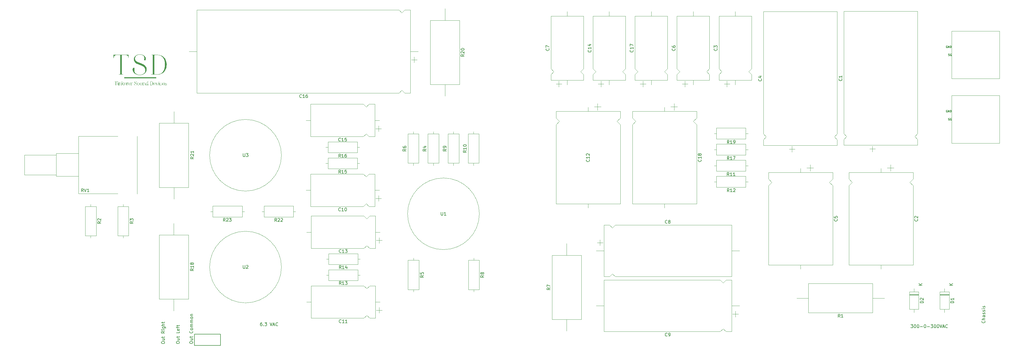
<source format=gbr>
%TF.GenerationSoftware,KiCad,Pcbnew,(6.0.0)*%
%TF.CreationDate,2022-08-03T23:08:04+01:00*%
%TF.ProjectId,Decware SE84,44656377-6172-4652-9053-4538342e6b69,rev?*%
%TF.SameCoordinates,Original*%
%TF.FileFunction,Legend,Top*%
%TF.FilePolarity,Positive*%
%FSLAX46Y46*%
G04 Gerber Fmt 4.6, Leading zero omitted, Abs format (unit mm)*
G04 Created by KiCad (PCBNEW (6.0.0)) date 2022-08-03 23:08:04*
%MOMM*%
%LPD*%
G01*
G04 APERTURE LIST*
%ADD10C,0.150000*%
%ADD11C,0.120000*%
G04 APERTURE END LIST*
D10*
X42229978Y-158710671D02*
X50379978Y-158710671D01*
X50379978Y-158710671D02*
X50379978Y-162220671D01*
X50379978Y-162220671D02*
X42229978Y-162220671D01*
X42229978Y-162220671D02*
X42229978Y-158710671D01*
%TO.C,R17*%
X210537142Y-103580440D02*
X210203809Y-103104250D01*
X209965714Y-103580440D02*
X209965714Y-102580440D01*
X210346666Y-102580440D01*
X210441904Y-102628060D01*
X210489523Y-102675679D01*
X210537142Y-102770917D01*
X210537142Y-102913774D01*
X210489523Y-103009012D01*
X210441904Y-103056631D01*
X210346666Y-103104250D01*
X209965714Y-103104250D01*
X211489523Y-103580440D02*
X210918095Y-103580440D01*
X211203809Y-103580440D02*
X211203809Y-102580440D01*
X211108571Y-102723298D01*
X211013333Y-102818536D01*
X210918095Y-102866155D01*
X211822857Y-102580440D02*
X212489523Y-102580440D01*
X212060952Y-103580440D01*
%TO.C,R15*%
X88210579Y-107868770D02*
X87877246Y-107392580D01*
X87639151Y-107868770D02*
X87639151Y-106868770D01*
X88020103Y-106868770D01*
X88115341Y-106916390D01*
X88162960Y-106964009D01*
X88210579Y-107059247D01*
X88210579Y-107202104D01*
X88162960Y-107297342D01*
X88115341Y-107344961D01*
X88020103Y-107392580D01*
X87639151Y-107392580D01*
X89162960Y-107868770D02*
X88591532Y-107868770D01*
X88877246Y-107868770D02*
X88877246Y-106868770D01*
X88782008Y-107011628D01*
X88686770Y-107106866D01*
X88591532Y-107154485D01*
X90067722Y-106868770D02*
X89591532Y-106868770D01*
X89543913Y-107344961D01*
X89591532Y-107297342D01*
X89686770Y-107249723D01*
X89924865Y-107249723D01*
X90020103Y-107297342D01*
X90067722Y-107344961D01*
X90115341Y-107440199D01*
X90115341Y-107678294D01*
X90067722Y-107773532D01*
X90020103Y-107821151D01*
X89924865Y-107868770D01*
X89686770Y-107868770D01*
X89591532Y-107821151D01*
X89543913Y-107773532D01*
%TO.C,C6*%
X193474732Y-68545844D02*
X193522351Y-68593463D01*
X193569970Y-68736320D01*
X193569970Y-68831558D01*
X193522351Y-68974416D01*
X193427113Y-69069654D01*
X193331875Y-69117273D01*
X193141399Y-69164892D01*
X192998542Y-69164892D01*
X192808066Y-69117273D01*
X192712828Y-69069654D01*
X192617590Y-68974416D01*
X192569970Y-68831558D01*
X192569970Y-68736320D01*
X192617590Y-68593463D01*
X192665209Y-68545844D01*
X192569970Y-67688701D02*
X192569970Y-67879178D01*
X192617590Y-67974416D01*
X192665209Y-68022035D01*
X192808066Y-68117273D01*
X192998542Y-68164892D01*
X193379494Y-68164892D01*
X193474732Y-68117273D01*
X193522351Y-68069654D01*
X193569970Y-67974416D01*
X193569970Y-67783939D01*
X193522351Y-67688701D01*
X193474732Y-67641082D01*
X193379494Y-67593463D01*
X193141399Y-67593463D01*
X193046161Y-67641082D01*
X192998542Y-67688701D01*
X192950923Y-67783939D01*
X192950923Y-67974416D01*
X192998542Y-68069654D01*
X193046161Y-68117273D01*
X193141399Y-68164892D01*
%TO.C,RV1*%
X7224761Y-113772380D02*
X6891428Y-113296190D01*
X6653333Y-113772380D02*
X6653333Y-112772380D01*
X7034285Y-112772380D01*
X7129523Y-112820000D01*
X7177142Y-112867619D01*
X7224761Y-112962857D01*
X7224761Y-113105714D01*
X7177142Y-113200952D01*
X7129523Y-113248571D01*
X7034285Y-113296190D01*
X6653333Y-113296190D01*
X7510476Y-112772380D02*
X7843809Y-113772380D01*
X8177142Y-112772380D01*
X9034285Y-113772380D02*
X8462857Y-113772380D01*
X8748571Y-113772380D02*
X8748571Y-112772380D01*
X8653333Y-112915238D01*
X8558095Y-113010476D01*
X8462857Y-113058095D01*
%TO.C,R20*%
X127132380Y-70382857D02*
X126656190Y-70716190D01*
X127132380Y-70954285D02*
X126132380Y-70954285D01*
X126132380Y-70573333D01*
X126180000Y-70478095D01*
X126227619Y-70430476D01*
X126322857Y-70382857D01*
X126465714Y-70382857D01*
X126560952Y-70430476D01*
X126608571Y-70478095D01*
X126656190Y-70573333D01*
X126656190Y-70954285D01*
X126227619Y-70001904D02*
X126180000Y-69954285D01*
X126132380Y-69859047D01*
X126132380Y-69620952D01*
X126180000Y-69525714D01*
X126227619Y-69478095D01*
X126322857Y-69430476D01*
X126418095Y-69430476D01*
X126560952Y-69478095D01*
X127132380Y-70049523D01*
X127132380Y-69430476D01*
X126132380Y-68811428D02*
X126132380Y-68716190D01*
X126180000Y-68620952D01*
X126227619Y-68573333D01*
X126322857Y-68525714D01*
X126513333Y-68478095D01*
X126751428Y-68478095D01*
X126941904Y-68525714D01*
X127037142Y-68573333D01*
X127084761Y-68620952D01*
X127132380Y-68716190D01*
X127132380Y-68811428D01*
X127084761Y-68906666D01*
X127037142Y-68954285D01*
X126941904Y-69001904D01*
X126751428Y-69049523D01*
X126513333Y-69049523D01*
X126322857Y-69001904D01*
X126227619Y-68954285D01*
X126180000Y-68906666D01*
X126132380Y-68811428D01*
%TO.C,C16*%
X75943013Y-83927142D02*
X75895394Y-83974761D01*
X75752537Y-84022380D01*
X75657299Y-84022380D01*
X75514442Y-83974761D01*
X75419204Y-83879523D01*
X75371585Y-83784285D01*
X75323966Y-83593809D01*
X75323966Y-83450952D01*
X75371585Y-83260476D01*
X75419204Y-83165238D01*
X75514442Y-83070000D01*
X75657299Y-83022380D01*
X75752537Y-83022380D01*
X75895394Y-83070000D01*
X75943013Y-83117619D01*
X76895394Y-84022380D02*
X76323966Y-84022380D01*
X76609680Y-84022380D02*
X76609680Y-83022380D01*
X76514442Y-83165238D01*
X76419204Y-83260476D01*
X76323966Y-83308095D01*
X77752537Y-83022380D02*
X77562061Y-83022380D01*
X77466823Y-83070000D01*
X77419204Y-83117619D01*
X77323966Y-83260476D01*
X77276347Y-83450952D01*
X77276347Y-83831904D01*
X77323966Y-83927142D01*
X77371585Y-83974761D01*
X77466823Y-84022380D01*
X77657299Y-84022380D01*
X77752537Y-83974761D01*
X77800156Y-83927142D01*
X77847775Y-83831904D01*
X77847775Y-83593809D01*
X77800156Y-83498571D01*
X77752537Y-83450952D01*
X77657299Y-83403333D01*
X77466823Y-83403333D01*
X77371585Y-83450952D01*
X77323966Y-83498571D01*
X77276347Y-83593809D01*
%TO.C,D2*%
X271692380Y-148808095D02*
X270692380Y-148808095D01*
X270692380Y-148570000D01*
X270740000Y-148427142D01*
X270835238Y-148331904D01*
X270930476Y-148284285D01*
X271120952Y-148236666D01*
X271263809Y-148236666D01*
X271454285Y-148284285D01*
X271549523Y-148331904D01*
X271644761Y-148427142D01*
X271692380Y-148570000D01*
X271692380Y-148808095D01*
X270787619Y-147855714D02*
X270740000Y-147808095D01*
X270692380Y-147712857D01*
X270692380Y-147474761D01*
X270740000Y-147379523D01*
X270787619Y-147331904D01*
X270882857Y-147284285D01*
X270978095Y-147284285D01*
X271120952Y-147331904D01*
X271692380Y-147903333D01*
X271692380Y-147284285D01*
X271322380Y-143251904D02*
X270322380Y-143251904D01*
X271322380Y-142680476D02*
X270750952Y-143109047D01*
X270322380Y-142680476D02*
X270893809Y-143251904D01*
%TO.C,C13*%
X88387142Y-132844680D02*
X88339523Y-132892299D01*
X88196666Y-132939918D01*
X88101428Y-132939918D01*
X87958571Y-132892299D01*
X87863333Y-132797061D01*
X87815714Y-132701823D01*
X87768095Y-132511347D01*
X87768095Y-132368490D01*
X87815714Y-132178014D01*
X87863333Y-132082776D01*
X87958571Y-131987538D01*
X88101428Y-131939918D01*
X88196666Y-131939918D01*
X88339523Y-131987538D01*
X88387142Y-132035157D01*
X89339523Y-132939918D02*
X88768095Y-132939918D01*
X89053809Y-132939918D02*
X89053809Y-131939918D01*
X88958571Y-132082776D01*
X88863333Y-132178014D01*
X88768095Y-132225633D01*
X89672857Y-131939918D02*
X90291904Y-131939918D01*
X89958571Y-132320871D01*
X90101428Y-132320871D01*
X90196666Y-132368490D01*
X90244285Y-132416109D01*
X90291904Y-132511347D01*
X90291904Y-132749442D01*
X90244285Y-132844680D01*
X90196666Y-132892299D01*
X90101428Y-132939918D01*
X89815714Y-132939918D01*
X89720476Y-132892299D01*
X89672857Y-132844680D01*
%TO.C,R12*%
X210537142Y-113755410D02*
X210203809Y-113279220D01*
X209965714Y-113755410D02*
X209965714Y-112755410D01*
X210346666Y-112755410D01*
X210441904Y-112803030D01*
X210489523Y-112850649D01*
X210537142Y-112945887D01*
X210537142Y-113088744D01*
X210489523Y-113183982D01*
X210441904Y-113231601D01*
X210346666Y-113279220D01*
X209965714Y-113279220D01*
X211489523Y-113755410D02*
X210918095Y-113755410D01*
X211203809Y-113755410D02*
X211203809Y-112755410D01*
X211108571Y-112898268D01*
X211013333Y-112993506D01*
X210918095Y-113041125D01*
X211870476Y-112850649D02*
X211918095Y-112803030D01*
X212013333Y-112755410D01*
X212251428Y-112755410D01*
X212346666Y-112803030D01*
X212394285Y-112850649D01*
X212441904Y-112945887D01*
X212441904Y-113041125D01*
X212394285Y-113183982D01*
X211822857Y-113755410D01*
X212441904Y-113755410D01*
%TO.C,R2*%
X12722380Y-123157072D02*
X12246190Y-123490406D01*
X12722380Y-123728501D02*
X11722380Y-123728501D01*
X11722380Y-123347548D01*
X11770000Y-123252310D01*
X11817619Y-123204691D01*
X11912857Y-123157072D01*
X12055714Y-123157072D01*
X12150952Y-123204691D01*
X12198571Y-123252310D01*
X12246190Y-123347548D01*
X12246190Y-123728501D01*
X11817619Y-122776120D02*
X11770000Y-122728501D01*
X11722380Y-122633263D01*
X11722380Y-122395167D01*
X11770000Y-122299929D01*
X11817619Y-122252310D01*
X11912857Y-122204691D01*
X12008095Y-122204691D01*
X12150952Y-122252310D01*
X12722380Y-122823739D01*
X12722380Y-122204691D01*
%TO.C,Out Right*%
X31812380Y-161428889D02*
X31812380Y-161238412D01*
X31860000Y-161143174D01*
X31955238Y-161047936D01*
X32145714Y-161000317D01*
X32479047Y-161000317D01*
X32669523Y-161047936D01*
X32764761Y-161143174D01*
X32812380Y-161238412D01*
X32812380Y-161428889D01*
X32764761Y-161524127D01*
X32669523Y-161619365D01*
X32479047Y-161666984D01*
X32145714Y-161666984D01*
X31955238Y-161619365D01*
X31860000Y-161524127D01*
X31812380Y-161428889D01*
X32145714Y-160143174D02*
X32812380Y-160143174D01*
X32145714Y-160571746D02*
X32669523Y-160571746D01*
X32764761Y-160524127D01*
X32812380Y-160428889D01*
X32812380Y-160286032D01*
X32764761Y-160190793D01*
X32717142Y-160143174D01*
X32145714Y-159809841D02*
X32145714Y-159428889D01*
X31812380Y-159666984D02*
X32669523Y-159666984D01*
X32764761Y-159619365D01*
X32812380Y-159524127D01*
X32812380Y-159428889D01*
X32812380Y-157762222D02*
X32336190Y-158095555D01*
X32812380Y-158333651D02*
X31812380Y-158333651D01*
X31812380Y-157952698D01*
X31860000Y-157857460D01*
X31907619Y-157809841D01*
X32002857Y-157762222D01*
X32145714Y-157762222D01*
X32240952Y-157809841D01*
X32288571Y-157857460D01*
X32336190Y-157952698D01*
X32336190Y-158333651D01*
X32812380Y-157333651D02*
X32145714Y-157333651D01*
X31812380Y-157333651D02*
X31860000Y-157381270D01*
X31907619Y-157333651D01*
X31860000Y-157286032D01*
X31812380Y-157333651D01*
X31907619Y-157333651D01*
X32145714Y-156428889D02*
X32955238Y-156428889D01*
X33050476Y-156476508D01*
X33098095Y-156524127D01*
X33145714Y-156619365D01*
X33145714Y-156762222D01*
X33098095Y-156857460D01*
X32764761Y-156428889D02*
X32812380Y-156524127D01*
X32812380Y-156714603D01*
X32764761Y-156809841D01*
X32717142Y-156857460D01*
X32621904Y-156905079D01*
X32336190Y-156905079D01*
X32240952Y-156857460D01*
X32193333Y-156809841D01*
X32145714Y-156714603D01*
X32145714Y-156524127D01*
X32193333Y-156428889D01*
X32812380Y-155952698D02*
X31812380Y-155952698D01*
X32812380Y-155524127D02*
X32288571Y-155524127D01*
X32193333Y-155571746D01*
X32145714Y-155666984D01*
X32145714Y-155809841D01*
X32193333Y-155905079D01*
X32240952Y-155952698D01*
X32145714Y-155190793D02*
X32145714Y-154809841D01*
X31812380Y-155047936D02*
X32669523Y-155047936D01*
X32764761Y-155000317D01*
X32812380Y-154905079D01*
X32812380Y-154809841D01*
%TO.C,R4*%
X115175263Y-100256688D02*
X114699073Y-100590022D01*
X115175263Y-100828117D02*
X114175263Y-100828117D01*
X114175263Y-100447164D01*
X114222883Y-100351926D01*
X114270502Y-100304307D01*
X114365740Y-100256688D01*
X114508597Y-100256688D01*
X114603835Y-100304307D01*
X114651454Y-100351926D01*
X114699073Y-100447164D01*
X114699073Y-100828117D01*
X114508597Y-99399545D02*
X115175263Y-99399545D01*
X114127644Y-99637641D02*
X114841930Y-99875736D01*
X114841930Y-99256688D01*
%TO.C,C5*%
X244534732Y-122387933D02*
X244582351Y-122435552D01*
X244629970Y-122578409D01*
X244629970Y-122673647D01*
X244582351Y-122816505D01*
X244487113Y-122911743D01*
X244391875Y-122959362D01*
X244201399Y-123006981D01*
X244058542Y-123006981D01*
X243868066Y-122959362D01*
X243772828Y-122911743D01*
X243677590Y-122816505D01*
X243629970Y-122673647D01*
X243629970Y-122578409D01*
X243677590Y-122435552D01*
X243725209Y-122387933D01*
X243629970Y-121483171D02*
X243629970Y-121959362D01*
X244106161Y-122006981D01*
X244058542Y-121959362D01*
X244010923Y-121864124D01*
X244010923Y-121626028D01*
X244058542Y-121530790D01*
X244106161Y-121483171D01*
X244201399Y-121435552D01*
X244439494Y-121435552D01*
X244534732Y-121483171D01*
X244582351Y-121530790D01*
X244629970Y-121626028D01*
X244629970Y-121864124D01*
X244582351Y-121959362D01*
X244534732Y-122006981D01*
%TO.C,C8*%
X191053333Y-123624626D02*
X191005714Y-123672245D01*
X190862857Y-123719864D01*
X190767619Y-123719864D01*
X190624761Y-123672245D01*
X190529523Y-123577007D01*
X190481904Y-123481769D01*
X190434285Y-123291293D01*
X190434285Y-123148436D01*
X190481904Y-122957960D01*
X190529523Y-122862722D01*
X190624761Y-122767484D01*
X190767619Y-122719864D01*
X190862857Y-122719864D01*
X191005714Y-122767484D01*
X191053333Y-122815103D01*
X191624761Y-123148436D02*
X191529523Y-123100817D01*
X191481904Y-123053198D01*
X191434285Y-122957960D01*
X191434285Y-122910341D01*
X191481904Y-122815103D01*
X191529523Y-122767484D01*
X191624761Y-122719864D01*
X191815238Y-122719864D01*
X191910476Y-122767484D01*
X191958095Y-122815103D01*
X192005714Y-122910341D01*
X192005714Y-122957960D01*
X191958095Y-123053198D01*
X191910476Y-123100817D01*
X191815238Y-123148436D01*
X191624761Y-123148436D01*
X191529523Y-123196055D01*
X191481904Y-123243674D01*
X191434285Y-123338912D01*
X191434285Y-123529388D01*
X191481904Y-123624626D01*
X191529523Y-123672245D01*
X191624761Y-123719864D01*
X191815238Y-123719864D01*
X191910476Y-123672245D01*
X191958095Y-123624626D01*
X192005714Y-123529388D01*
X192005714Y-123338912D01*
X191958095Y-123243674D01*
X191910476Y-123196055D01*
X191815238Y-123148436D01*
%TO.C,R1*%
X245447411Y-153392380D02*
X245114078Y-152916190D01*
X244875982Y-153392380D02*
X244875982Y-152392380D01*
X245256935Y-152392380D01*
X245352173Y-152440000D01*
X245399792Y-152487619D01*
X245447411Y-152582857D01*
X245447411Y-152725714D01*
X245399792Y-152820952D01*
X245352173Y-152868571D01*
X245256935Y-152916190D01*
X244875982Y-152916190D01*
X246399792Y-153392380D02*
X245828363Y-153392380D01*
X246114078Y-153392380D02*
X246114078Y-152392380D01*
X246018839Y-152535238D01*
X245923601Y-152630476D01*
X245828363Y-152678095D01*
%TO.C,C15*%
X88210579Y-97671913D02*
X88162960Y-97719532D01*
X88020103Y-97767151D01*
X87924865Y-97767151D01*
X87782008Y-97719532D01*
X87686770Y-97624294D01*
X87639151Y-97529056D01*
X87591532Y-97338580D01*
X87591532Y-97195723D01*
X87639151Y-97005247D01*
X87686770Y-96910009D01*
X87782008Y-96814771D01*
X87924865Y-96767151D01*
X88020103Y-96767151D01*
X88162960Y-96814771D01*
X88210579Y-96862390D01*
X89162960Y-97767151D02*
X88591532Y-97767151D01*
X88877246Y-97767151D02*
X88877246Y-96767151D01*
X88782008Y-96910009D01*
X88686770Y-97005247D01*
X88591532Y-97052866D01*
X90067722Y-96767151D02*
X89591532Y-96767151D01*
X89543913Y-97243342D01*
X89591532Y-97195723D01*
X89686770Y-97148104D01*
X89924865Y-97148104D01*
X90020103Y-97195723D01*
X90067722Y-97243342D01*
X90115341Y-97338580D01*
X90115341Y-97576675D01*
X90067722Y-97671913D01*
X90020103Y-97719532D01*
X89924865Y-97767151D01*
X89686770Y-97767151D01*
X89591532Y-97719532D01*
X89543913Y-97671913D01*
%TO.C,300-0-300VAC*%
X267784285Y-155669424D02*
X268403333Y-155669424D01*
X268070000Y-156050377D01*
X268212857Y-156050377D01*
X268308095Y-156097996D01*
X268355714Y-156145615D01*
X268403333Y-156240853D01*
X268403333Y-156478948D01*
X268355714Y-156574186D01*
X268308095Y-156621805D01*
X268212857Y-156669424D01*
X267927142Y-156669424D01*
X267831904Y-156621805D01*
X267784285Y-156574186D01*
X269022380Y-155669424D02*
X269117619Y-155669424D01*
X269212857Y-155717044D01*
X269260476Y-155764663D01*
X269308095Y-155859901D01*
X269355714Y-156050377D01*
X269355714Y-156288472D01*
X269308095Y-156478948D01*
X269260476Y-156574186D01*
X269212857Y-156621805D01*
X269117619Y-156669424D01*
X269022380Y-156669424D01*
X268927142Y-156621805D01*
X268879523Y-156574186D01*
X268831904Y-156478948D01*
X268784285Y-156288472D01*
X268784285Y-156050377D01*
X268831904Y-155859901D01*
X268879523Y-155764663D01*
X268927142Y-155717044D01*
X269022380Y-155669424D01*
X269974761Y-155669424D02*
X270070000Y-155669424D01*
X270165238Y-155717044D01*
X270212857Y-155764663D01*
X270260476Y-155859901D01*
X270308095Y-156050377D01*
X270308095Y-156288472D01*
X270260476Y-156478948D01*
X270212857Y-156574186D01*
X270165238Y-156621805D01*
X270070000Y-156669424D01*
X269974761Y-156669424D01*
X269879523Y-156621805D01*
X269831904Y-156574186D01*
X269784285Y-156478948D01*
X269736666Y-156288472D01*
X269736666Y-156050377D01*
X269784285Y-155859901D01*
X269831904Y-155764663D01*
X269879523Y-155717044D01*
X269974761Y-155669424D01*
X270736666Y-156288472D02*
X271498571Y-156288472D01*
X272165238Y-155669424D02*
X272260476Y-155669424D01*
X272355714Y-155717044D01*
X272403333Y-155764663D01*
X272450952Y-155859901D01*
X272498571Y-156050377D01*
X272498571Y-156288472D01*
X272450952Y-156478948D01*
X272403333Y-156574186D01*
X272355714Y-156621805D01*
X272260476Y-156669424D01*
X272165238Y-156669424D01*
X272070000Y-156621805D01*
X272022380Y-156574186D01*
X271974761Y-156478948D01*
X271927142Y-156288472D01*
X271927142Y-156050377D01*
X271974761Y-155859901D01*
X272022380Y-155764663D01*
X272070000Y-155717044D01*
X272165238Y-155669424D01*
X272927142Y-156288472D02*
X273689047Y-156288472D01*
X274070000Y-155669424D02*
X274689047Y-155669424D01*
X274355714Y-156050377D01*
X274498571Y-156050377D01*
X274593809Y-156097996D01*
X274641428Y-156145615D01*
X274689047Y-156240853D01*
X274689047Y-156478948D01*
X274641428Y-156574186D01*
X274593809Y-156621805D01*
X274498571Y-156669424D01*
X274212857Y-156669424D01*
X274117619Y-156621805D01*
X274070000Y-156574186D01*
X275308095Y-155669424D02*
X275403333Y-155669424D01*
X275498571Y-155717044D01*
X275546190Y-155764663D01*
X275593809Y-155859901D01*
X275641428Y-156050377D01*
X275641428Y-156288472D01*
X275593809Y-156478948D01*
X275546190Y-156574186D01*
X275498571Y-156621805D01*
X275403333Y-156669424D01*
X275308095Y-156669424D01*
X275212857Y-156621805D01*
X275165238Y-156574186D01*
X275117619Y-156478948D01*
X275070000Y-156288472D01*
X275070000Y-156050377D01*
X275117619Y-155859901D01*
X275165238Y-155764663D01*
X275212857Y-155717044D01*
X275308095Y-155669424D01*
X276260476Y-155669424D02*
X276355714Y-155669424D01*
X276450952Y-155717044D01*
X276498571Y-155764663D01*
X276546190Y-155859901D01*
X276593809Y-156050377D01*
X276593809Y-156288472D01*
X276546190Y-156478948D01*
X276498571Y-156574186D01*
X276450952Y-156621805D01*
X276355714Y-156669424D01*
X276260476Y-156669424D01*
X276165238Y-156621805D01*
X276117619Y-156574186D01*
X276070000Y-156478948D01*
X276022380Y-156288472D01*
X276022380Y-156050377D01*
X276070000Y-155859901D01*
X276117619Y-155764663D01*
X276165238Y-155717044D01*
X276260476Y-155669424D01*
X276879523Y-155669424D02*
X277212857Y-156669424D01*
X277546190Y-155669424D01*
X277831904Y-156383710D02*
X278308095Y-156383710D01*
X277736666Y-156669424D02*
X278070000Y-155669424D01*
X278403333Y-156669424D01*
X279308095Y-156574186D02*
X279260476Y-156621805D01*
X279117619Y-156669424D01*
X279022380Y-156669424D01*
X278879523Y-156621805D01*
X278784285Y-156526567D01*
X278736666Y-156431329D01*
X278689047Y-156240853D01*
X278689047Y-156097996D01*
X278736666Y-155907520D01*
X278784285Y-155812282D01*
X278879523Y-155717044D01*
X279022380Y-155669424D01*
X279117619Y-155669424D01*
X279260476Y-155717044D01*
X279308095Y-155764663D01*
%TO.C,C3*%
X206704732Y-68545844D02*
X206752351Y-68593463D01*
X206799970Y-68736320D01*
X206799970Y-68831558D01*
X206752351Y-68974416D01*
X206657113Y-69069654D01*
X206561875Y-69117273D01*
X206371399Y-69164892D01*
X206228542Y-69164892D01*
X206038066Y-69117273D01*
X205942828Y-69069654D01*
X205847590Y-68974416D01*
X205799970Y-68831558D01*
X205799970Y-68736320D01*
X205847590Y-68593463D01*
X205895209Y-68545844D01*
X205799970Y-68212511D02*
X205799970Y-67593463D01*
X206180923Y-67926797D01*
X206180923Y-67783939D01*
X206228542Y-67688701D01*
X206276161Y-67641082D01*
X206371399Y-67593463D01*
X206609494Y-67593463D01*
X206704732Y-67641082D01*
X206752351Y-67688701D01*
X206799970Y-67783939D01*
X206799970Y-68069654D01*
X206752351Y-68164892D01*
X206704732Y-68212511D01*
%TO.C,R11*%
X210517142Y-108662380D02*
X210183809Y-108186190D01*
X209945714Y-108662380D02*
X209945714Y-107662380D01*
X210326666Y-107662380D01*
X210421904Y-107710000D01*
X210469523Y-107757619D01*
X210517142Y-107852857D01*
X210517142Y-107995714D01*
X210469523Y-108090952D01*
X210421904Y-108138571D01*
X210326666Y-108186190D01*
X209945714Y-108186190D01*
X211469523Y-108662380D02*
X210898095Y-108662380D01*
X211183809Y-108662380D02*
X211183809Y-107662380D01*
X211088571Y-107805238D01*
X210993333Y-107900476D01*
X210898095Y-107948095D01*
X212421904Y-108662380D02*
X211850476Y-108662380D01*
X212136190Y-108662380D02*
X212136190Y-107662380D01*
X212040952Y-107805238D01*
X211945714Y-107900476D01*
X211850476Y-107948095D01*
%TO.C,R8*%
X133319155Y-140149122D02*
X132842965Y-140482456D01*
X133319155Y-140720551D02*
X132319155Y-140720551D01*
X132319155Y-140339598D01*
X132366775Y-140244360D01*
X132414394Y-140196741D01*
X132509632Y-140149122D01*
X132652489Y-140149122D01*
X132747727Y-140196741D01*
X132795346Y-140244360D01*
X132842965Y-140339598D01*
X132842965Y-140720551D01*
X132747727Y-139577694D02*
X132700108Y-139672932D01*
X132652489Y-139720551D01*
X132557251Y-139768170D01*
X132509632Y-139768170D01*
X132414394Y-139720551D01*
X132366775Y-139672932D01*
X132319155Y-139577694D01*
X132319155Y-139387217D01*
X132366775Y-139291979D01*
X132414394Y-139244360D01*
X132509632Y-139196741D01*
X132557251Y-139196741D01*
X132652489Y-139244360D01*
X132700108Y-139291979D01*
X132747727Y-139387217D01*
X132747727Y-139577694D01*
X132795346Y-139672932D01*
X132842965Y-139720551D01*
X132938203Y-139768170D01*
X133128679Y-139768170D01*
X133223917Y-139720551D01*
X133271536Y-139672932D01*
X133319155Y-139577694D01*
X133319155Y-139387217D01*
X133271536Y-139291979D01*
X133223917Y-139244360D01*
X133128679Y-139196741D01*
X132938203Y-139196741D01*
X132842965Y-139244360D01*
X132795346Y-139291979D01*
X132747727Y-139387217D01*
%TO.C,R13*%
X88387142Y-143035000D02*
X88053809Y-142558810D01*
X87815714Y-143035000D02*
X87815714Y-142035000D01*
X88196666Y-142035000D01*
X88291904Y-142082620D01*
X88339523Y-142130239D01*
X88387142Y-142225477D01*
X88387142Y-142368334D01*
X88339523Y-142463572D01*
X88291904Y-142511191D01*
X88196666Y-142558810D01*
X87815714Y-142558810D01*
X89339523Y-143035000D02*
X88768095Y-143035000D01*
X89053809Y-143035000D02*
X89053809Y-142035000D01*
X88958571Y-142177858D01*
X88863333Y-142273096D01*
X88768095Y-142320715D01*
X89672857Y-142035000D02*
X90291904Y-142035000D01*
X89958571Y-142415953D01*
X90101428Y-142415953D01*
X90196666Y-142463572D01*
X90244285Y-142511191D01*
X90291904Y-142606429D01*
X90291904Y-142844524D01*
X90244285Y-142939762D01*
X90196666Y-142987381D01*
X90101428Y-143035000D01*
X89815714Y-143035000D01*
X89720476Y-142987381D01*
X89672857Y-142939762D01*
%TO.C,C18*%
X201687142Y-103594659D02*
X201734761Y-103642278D01*
X201782380Y-103785135D01*
X201782380Y-103880373D01*
X201734761Y-104023230D01*
X201639523Y-104118468D01*
X201544285Y-104166087D01*
X201353809Y-104213706D01*
X201210952Y-104213706D01*
X201020476Y-104166087D01*
X200925238Y-104118468D01*
X200830000Y-104023230D01*
X200782380Y-103880373D01*
X200782380Y-103785135D01*
X200830000Y-103642278D01*
X200877619Y-103594659D01*
X201782380Y-102642278D02*
X201782380Y-103213706D01*
X201782380Y-102927992D02*
X200782380Y-102927992D01*
X200925238Y-103023230D01*
X201020476Y-103118468D01*
X201068095Y-103213706D01*
X201210952Y-102070849D02*
X201163333Y-102166087D01*
X201115714Y-102213706D01*
X201020476Y-102261325D01*
X200972857Y-102261325D01*
X200877619Y-102213706D01*
X200830000Y-102166087D01*
X200782380Y-102070849D01*
X200782380Y-101880373D01*
X200830000Y-101785135D01*
X200877619Y-101737516D01*
X200972857Y-101689897D01*
X201020476Y-101689897D01*
X201115714Y-101737516D01*
X201163333Y-101785135D01*
X201210952Y-101880373D01*
X201210952Y-102070849D01*
X201258571Y-102166087D01*
X201306190Y-102213706D01*
X201401428Y-102261325D01*
X201591904Y-102261325D01*
X201687142Y-102213706D01*
X201734761Y-102166087D01*
X201782380Y-102070849D01*
X201782380Y-101880373D01*
X201734761Y-101785135D01*
X201687142Y-101737516D01*
X201591904Y-101689897D01*
X201401428Y-101689897D01*
X201306190Y-101737516D01*
X201258571Y-101785135D01*
X201210952Y-101880373D01*
%TO.C,C10*%
X88210579Y-119711913D02*
X88162960Y-119759532D01*
X88020103Y-119807151D01*
X87924865Y-119807151D01*
X87782008Y-119759532D01*
X87686770Y-119664294D01*
X87639151Y-119569056D01*
X87591532Y-119378580D01*
X87591532Y-119235723D01*
X87639151Y-119045247D01*
X87686770Y-118950009D01*
X87782008Y-118854771D01*
X87924865Y-118807151D01*
X88020103Y-118807151D01*
X88162960Y-118854771D01*
X88210579Y-118902390D01*
X89162960Y-119807151D02*
X88591532Y-119807151D01*
X88877246Y-119807151D02*
X88877246Y-118807151D01*
X88782008Y-118950009D01*
X88686770Y-119045247D01*
X88591532Y-119092866D01*
X89782008Y-118807151D02*
X89877246Y-118807151D01*
X89972484Y-118854771D01*
X90020103Y-118902390D01*
X90067722Y-118997628D01*
X90115341Y-119188104D01*
X90115341Y-119426199D01*
X90067722Y-119616675D01*
X90020103Y-119711913D01*
X89972484Y-119759532D01*
X89877246Y-119807151D01*
X89782008Y-119807151D01*
X89686770Y-119759532D01*
X89639151Y-119711913D01*
X89591532Y-119616675D01*
X89543913Y-119426199D01*
X89543913Y-119188104D01*
X89591532Y-118997628D01*
X89639151Y-118902390D01*
X89686770Y-118854771D01*
X89782008Y-118807151D01*
%TO.C,R9*%
X121494425Y-100256688D02*
X121018235Y-100590022D01*
X121494425Y-100828117D02*
X120494425Y-100828117D01*
X120494425Y-100447164D01*
X120542045Y-100351926D01*
X120589664Y-100304307D01*
X120684902Y-100256688D01*
X120827759Y-100256688D01*
X120922997Y-100304307D01*
X120970616Y-100351926D01*
X121018235Y-100447164D01*
X121018235Y-100828117D01*
X121494425Y-99780498D02*
X121494425Y-99590022D01*
X121446806Y-99494783D01*
X121399187Y-99447164D01*
X121256330Y-99351926D01*
X121065854Y-99304307D01*
X120684902Y-99304307D01*
X120589664Y-99351926D01*
X120542045Y-99399545D01*
X120494425Y-99494783D01*
X120494425Y-99685260D01*
X120542045Y-99780498D01*
X120589664Y-99828117D01*
X120684902Y-99875736D01*
X120922997Y-99875736D01*
X121018235Y-99828117D01*
X121065854Y-99780498D01*
X121113473Y-99685260D01*
X121113473Y-99494783D01*
X121065854Y-99399545D01*
X121018235Y-99351926D01*
X120922997Y-99304307D01*
%TO.C,C17*%
X180244732Y-69022035D02*
X180292351Y-69069654D01*
X180339970Y-69212511D01*
X180339970Y-69307749D01*
X180292351Y-69450606D01*
X180197113Y-69545844D01*
X180101875Y-69593463D01*
X179911399Y-69641082D01*
X179768542Y-69641082D01*
X179578066Y-69593463D01*
X179482828Y-69545844D01*
X179387590Y-69450606D01*
X179339970Y-69307749D01*
X179339970Y-69212511D01*
X179387590Y-69069654D01*
X179435209Y-69022035D01*
X180339970Y-68069654D02*
X180339970Y-68641082D01*
X180339970Y-68355368D02*
X179339970Y-68355368D01*
X179482828Y-68450606D01*
X179578066Y-68545844D01*
X179625685Y-68641082D01*
X179339970Y-67736320D02*
X179339970Y-67069654D01*
X180339970Y-67498225D01*
%TO.C,C9*%
X191053333Y-159227082D02*
X191005714Y-159274701D01*
X190862857Y-159322320D01*
X190767619Y-159322320D01*
X190624761Y-159274701D01*
X190529523Y-159179463D01*
X190481904Y-159084225D01*
X190434285Y-158893749D01*
X190434285Y-158750892D01*
X190481904Y-158560416D01*
X190529523Y-158465178D01*
X190624761Y-158369940D01*
X190767619Y-158322320D01*
X190862857Y-158322320D01*
X191005714Y-158369940D01*
X191053333Y-158417559D01*
X191529523Y-159322320D02*
X191720000Y-159322320D01*
X191815238Y-159274701D01*
X191862857Y-159227082D01*
X191958095Y-159084225D01*
X192005714Y-158893749D01*
X192005714Y-158512797D01*
X191958095Y-158417559D01*
X191910476Y-158369940D01*
X191815238Y-158322320D01*
X191624761Y-158322320D01*
X191529523Y-158369940D01*
X191481904Y-158417559D01*
X191434285Y-158512797D01*
X191434285Y-158750892D01*
X191481904Y-158846130D01*
X191529523Y-158893749D01*
X191624761Y-158941368D01*
X191815238Y-158941368D01*
X191910476Y-158893749D01*
X191958095Y-158846130D01*
X192005714Y-158750892D01*
%TO.C,R16*%
X88210579Y-102847151D02*
X87877246Y-102370961D01*
X87639151Y-102847151D02*
X87639151Y-101847151D01*
X88020103Y-101847151D01*
X88115341Y-101894771D01*
X88162960Y-101942390D01*
X88210579Y-102037628D01*
X88210579Y-102180485D01*
X88162960Y-102275723D01*
X88115341Y-102323342D01*
X88020103Y-102370961D01*
X87639151Y-102370961D01*
X89162960Y-102847151D02*
X88591532Y-102847151D01*
X88877246Y-102847151D02*
X88877246Y-101847151D01*
X88782008Y-101990009D01*
X88686770Y-102085247D01*
X88591532Y-102132866D01*
X90020103Y-101847151D02*
X89829627Y-101847151D01*
X89734389Y-101894771D01*
X89686770Y-101942390D01*
X89591532Y-102085247D01*
X89543913Y-102275723D01*
X89543913Y-102656675D01*
X89591532Y-102751913D01*
X89639151Y-102799532D01*
X89734389Y-102847151D01*
X89924865Y-102847151D01*
X90020103Y-102799532D01*
X90067722Y-102751913D01*
X90115341Y-102656675D01*
X90115341Y-102418580D01*
X90067722Y-102323342D01*
X90020103Y-102275723D01*
X89924865Y-102228104D01*
X89734389Y-102228104D01*
X89639151Y-102275723D01*
X89591532Y-102323342D01*
X89543913Y-102418580D01*
%TO.C,Out Left*%
X36488878Y-161398888D02*
X36488878Y-161208412D01*
X36536498Y-161113174D01*
X36631736Y-161017936D01*
X36822212Y-160970317D01*
X37155545Y-160970317D01*
X37346021Y-161017936D01*
X37441259Y-161113174D01*
X37488878Y-161208412D01*
X37488878Y-161398888D01*
X37441259Y-161494126D01*
X37346021Y-161589364D01*
X37155545Y-161636983D01*
X36822212Y-161636983D01*
X36631736Y-161589364D01*
X36536498Y-161494126D01*
X36488878Y-161398888D01*
X36822212Y-160113174D02*
X37488878Y-160113174D01*
X36822212Y-160541745D02*
X37346021Y-160541745D01*
X37441259Y-160494126D01*
X37488878Y-160398888D01*
X37488878Y-160256031D01*
X37441259Y-160160793D01*
X37393640Y-160113174D01*
X36822212Y-159779841D02*
X36822212Y-159398888D01*
X36488878Y-159636983D02*
X37346021Y-159636983D01*
X37441259Y-159589364D01*
X37488878Y-159494126D01*
X37488878Y-159398888D01*
X37488878Y-157827460D02*
X37488878Y-158303650D01*
X36488878Y-158303650D01*
X37441259Y-157113174D02*
X37488878Y-157208412D01*
X37488878Y-157398888D01*
X37441259Y-157494126D01*
X37346021Y-157541745D01*
X36965069Y-157541745D01*
X36869831Y-157494126D01*
X36822212Y-157398888D01*
X36822212Y-157208412D01*
X36869831Y-157113174D01*
X36965069Y-157065555D01*
X37060307Y-157065555D01*
X37155545Y-157541745D01*
X36822212Y-156779841D02*
X36822212Y-156398888D01*
X37488878Y-156636983D02*
X36631736Y-156636983D01*
X36536498Y-156589364D01*
X36488878Y-156494126D01*
X36488878Y-156398888D01*
X36822212Y-156208412D02*
X36822212Y-155827460D01*
X36488878Y-156065555D02*
X37346021Y-156065555D01*
X37441259Y-156017936D01*
X37488878Y-155922698D01*
X37488878Y-155827460D01*
%TO.C,6.3 VAC*%
X63428095Y-155042380D02*
X63237619Y-155042380D01*
X63142380Y-155090000D01*
X63094761Y-155137619D01*
X62999523Y-155280476D01*
X62951904Y-155470952D01*
X62951904Y-155851904D01*
X62999523Y-155947142D01*
X63047142Y-155994761D01*
X63142380Y-156042380D01*
X63332857Y-156042380D01*
X63428095Y-155994761D01*
X63475714Y-155947142D01*
X63523333Y-155851904D01*
X63523333Y-155613809D01*
X63475714Y-155518571D01*
X63428095Y-155470952D01*
X63332857Y-155423333D01*
X63142380Y-155423333D01*
X63047142Y-155470952D01*
X62999523Y-155518571D01*
X62951904Y-155613809D01*
X63951904Y-155947142D02*
X63999523Y-155994761D01*
X63951904Y-156042380D01*
X63904285Y-155994761D01*
X63951904Y-155947142D01*
X63951904Y-156042380D01*
X64332857Y-155042380D02*
X64951904Y-155042380D01*
X64618571Y-155423333D01*
X64761428Y-155423333D01*
X64856666Y-155470952D01*
X64904285Y-155518571D01*
X64951904Y-155613809D01*
X64951904Y-155851904D01*
X64904285Y-155947142D01*
X64856666Y-155994761D01*
X64761428Y-156042380D01*
X64475714Y-156042380D01*
X64380476Y-155994761D01*
X64332857Y-155947142D01*
X65999523Y-155042380D02*
X66332857Y-156042380D01*
X66666190Y-155042380D01*
X66951904Y-155756666D02*
X67428095Y-155756666D01*
X66856666Y-156042380D02*
X67190000Y-155042380D01*
X67523333Y-156042380D01*
X68428095Y-155947142D02*
X68380476Y-155994761D01*
X68237619Y-156042380D01*
X68142380Y-156042380D01*
X67999523Y-155994761D01*
X67904285Y-155899523D01*
X67856666Y-155804285D01*
X67809047Y-155613809D01*
X67809047Y-155470952D01*
X67856666Y-155280476D01*
X67904285Y-155185238D01*
X67999523Y-155090000D01*
X68142380Y-155042380D01*
X68237619Y-155042380D01*
X68380476Y-155090000D01*
X68428095Y-155137619D01*
%TO.C,R22*%
X68097142Y-123132380D02*
X67763809Y-122656190D01*
X67525714Y-123132380D02*
X67525714Y-122132380D01*
X67906666Y-122132380D01*
X68001904Y-122180000D01*
X68049523Y-122227619D01*
X68097142Y-122322857D01*
X68097142Y-122465714D01*
X68049523Y-122560952D01*
X68001904Y-122608571D01*
X67906666Y-122656190D01*
X67525714Y-122656190D01*
X68478095Y-122227619D02*
X68525714Y-122180000D01*
X68620952Y-122132380D01*
X68859047Y-122132380D01*
X68954285Y-122180000D01*
X69001904Y-122227619D01*
X69049523Y-122322857D01*
X69049523Y-122418095D01*
X69001904Y-122560952D01*
X68430476Y-123132380D01*
X69049523Y-123132380D01*
X69430476Y-122227619D02*
X69478095Y-122180000D01*
X69573333Y-122132380D01*
X69811428Y-122132380D01*
X69906666Y-122180000D01*
X69954285Y-122227619D01*
X70001904Y-122322857D01*
X70001904Y-122418095D01*
X69954285Y-122560952D01*
X69382857Y-123132380D01*
X70001904Y-123132380D01*
%TO.C,J2*%
X279240020Y-67683978D02*
X279182877Y-67655406D01*
X279097163Y-67655406D01*
X279011448Y-67683978D01*
X278954305Y-67741120D01*
X278925734Y-67798263D01*
X278897163Y-67912549D01*
X278897163Y-67998263D01*
X278925734Y-68112549D01*
X278954305Y-68169692D01*
X279011448Y-68226835D01*
X279097163Y-68255406D01*
X279154305Y-68255406D01*
X279240020Y-68226835D01*
X279268591Y-68198263D01*
X279268591Y-67998263D01*
X279154305Y-67998263D01*
X279525734Y-68255406D02*
X279525734Y-67655406D01*
X279868591Y-68255406D01*
X279868591Y-67655406D01*
X280154305Y-68255406D02*
X280154305Y-67655406D01*
X280297163Y-67655406D01*
X280382877Y-67683978D01*
X280440020Y-67741120D01*
X280468591Y-67798263D01*
X280497163Y-67912549D01*
X280497163Y-67998263D01*
X280468591Y-68112549D01*
X280440020Y-68169692D01*
X280382877Y-68226835D01*
X280297163Y-68255406D01*
X280154305Y-68255406D01*
X279606734Y-70766835D02*
X279692448Y-70795406D01*
X279835305Y-70795406D01*
X279892448Y-70766835D01*
X279921020Y-70738263D01*
X279949591Y-70681120D01*
X279949591Y-70623978D01*
X279921020Y-70566835D01*
X279892448Y-70538263D01*
X279835305Y-70509692D01*
X279721020Y-70481120D01*
X279663877Y-70452549D01*
X279635305Y-70423978D01*
X279606734Y-70366835D01*
X279606734Y-70309692D01*
X279635305Y-70252549D01*
X279663877Y-70223978D01*
X279721020Y-70195406D01*
X279863877Y-70195406D01*
X279949591Y-70223978D01*
X280521020Y-70223978D02*
X280463877Y-70195406D01*
X280378163Y-70195406D01*
X280292448Y-70223978D01*
X280235305Y-70281120D01*
X280206734Y-70338263D01*
X280178163Y-70452549D01*
X280178163Y-70538263D01*
X280206734Y-70652549D01*
X280235305Y-70709692D01*
X280292448Y-70766835D01*
X280378163Y-70795406D01*
X280435305Y-70795406D01*
X280521020Y-70766835D01*
X280549591Y-70738263D01*
X280549591Y-70538263D01*
X280435305Y-70538263D01*
%TO.C,Out Common*%
X40678878Y-161398888D02*
X40678878Y-161208412D01*
X40726498Y-161113174D01*
X40821736Y-161017936D01*
X41012212Y-160970317D01*
X41345545Y-160970317D01*
X41536021Y-161017936D01*
X41631259Y-161113174D01*
X41678878Y-161208412D01*
X41678878Y-161398888D01*
X41631259Y-161494127D01*
X41536021Y-161589365D01*
X41345545Y-161636984D01*
X41012212Y-161636984D01*
X40821736Y-161589365D01*
X40726498Y-161494127D01*
X40678878Y-161398888D01*
X41012212Y-160113174D02*
X41678878Y-160113174D01*
X41012212Y-160541746D02*
X41536021Y-160541746D01*
X41631259Y-160494127D01*
X41678878Y-160398888D01*
X41678878Y-160256031D01*
X41631259Y-160160793D01*
X41583640Y-160113174D01*
X41012212Y-159779841D02*
X41012212Y-159398888D01*
X40678878Y-159636984D02*
X41536021Y-159636984D01*
X41631259Y-159589365D01*
X41678878Y-159494127D01*
X41678878Y-159398888D01*
X41583640Y-157732222D02*
X41631259Y-157779841D01*
X41678878Y-157922698D01*
X41678878Y-158017936D01*
X41631259Y-158160793D01*
X41536021Y-158256031D01*
X41440783Y-158303650D01*
X41250307Y-158351269D01*
X41107450Y-158351269D01*
X40916974Y-158303650D01*
X40821736Y-158256031D01*
X40726498Y-158160793D01*
X40678878Y-158017936D01*
X40678878Y-157922698D01*
X40726498Y-157779841D01*
X40774117Y-157732222D01*
X41678878Y-157160793D02*
X41631259Y-157256031D01*
X41583640Y-157303650D01*
X41488402Y-157351269D01*
X41202688Y-157351269D01*
X41107450Y-157303650D01*
X41059831Y-157256031D01*
X41012212Y-157160793D01*
X41012212Y-157017936D01*
X41059831Y-156922698D01*
X41107450Y-156875079D01*
X41202688Y-156827460D01*
X41488402Y-156827460D01*
X41583640Y-156875079D01*
X41631259Y-156922698D01*
X41678878Y-157017936D01*
X41678878Y-157160793D01*
X41678878Y-156398888D02*
X41012212Y-156398888D01*
X41107450Y-156398888D02*
X41059831Y-156351269D01*
X41012212Y-156256031D01*
X41012212Y-156113174D01*
X41059831Y-156017936D01*
X41155069Y-155970317D01*
X41678878Y-155970317D01*
X41155069Y-155970317D02*
X41059831Y-155922698D01*
X41012212Y-155827460D01*
X41012212Y-155684603D01*
X41059831Y-155589365D01*
X41155069Y-155541746D01*
X41678878Y-155541746D01*
X41678878Y-155065555D02*
X41012212Y-155065555D01*
X41107450Y-155065555D02*
X41059831Y-155017936D01*
X41012212Y-154922698D01*
X41012212Y-154779841D01*
X41059831Y-154684603D01*
X41155069Y-154636984D01*
X41678878Y-154636984D01*
X41155069Y-154636984D02*
X41059831Y-154589365D01*
X41012212Y-154494127D01*
X41012212Y-154351269D01*
X41059831Y-154256031D01*
X41155069Y-154208412D01*
X41678878Y-154208412D01*
X41678878Y-153589365D02*
X41631259Y-153684603D01*
X41583640Y-153732222D01*
X41488402Y-153779841D01*
X41202688Y-153779841D01*
X41107450Y-153732222D01*
X41059831Y-153684603D01*
X41012212Y-153589365D01*
X41012212Y-153446507D01*
X41059831Y-153351269D01*
X41107450Y-153303650D01*
X41202688Y-153256031D01*
X41488402Y-153256031D01*
X41583640Y-153303650D01*
X41631259Y-153351269D01*
X41678878Y-153446507D01*
X41678878Y-153589365D01*
X41012212Y-152827460D02*
X41678878Y-152827460D01*
X41107450Y-152827460D02*
X41059831Y-152779841D01*
X41012212Y-152684603D01*
X41012212Y-152541746D01*
X41059831Y-152446507D01*
X41155069Y-152398888D01*
X41678878Y-152398888D01*
%TO.C,C11*%
X88390579Y-155007164D02*
X88342960Y-155054783D01*
X88200103Y-155102402D01*
X88104865Y-155102402D01*
X87962008Y-155054783D01*
X87866770Y-154959545D01*
X87819151Y-154864307D01*
X87771532Y-154673831D01*
X87771532Y-154530974D01*
X87819151Y-154340498D01*
X87866770Y-154245260D01*
X87962008Y-154150022D01*
X88104865Y-154102402D01*
X88200103Y-154102402D01*
X88342960Y-154150022D01*
X88390579Y-154197641D01*
X89342960Y-155102402D02*
X88771532Y-155102402D01*
X89057246Y-155102402D02*
X89057246Y-154102402D01*
X88962008Y-154245260D01*
X88866770Y-154340498D01*
X88771532Y-154388117D01*
X90295341Y-155102402D02*
X89723913Y-155102402D01*
X90009627Y-155102402D02*
X90009627Y-154102402D01*
X89914389Y-154245260D01*
X89819151Y-154340498D01*
X89723913Y-154388117D01*
%TO.C,C7*%
X153784732Y-68545844D02*
X153832351Y-68593463D01*
X153879970Y-68736320D01*
X153879970Y-68831558D01*
X153832351Y-68974416D01*
X153737113Y-69069654D01*
X153641875Y-69117273D01*
X153451399Y-69164892D01*
X153308542Y-69164892D01*
X153118066Y-69117273D01*
X153022828Y-69069654D01*
X152927590Y-68974416D01*
X152879970Y-68831558D01*
X152879970Y-68736320D01*
X152927590Y-68593463D01*
X152975209Y-68545844D01*
X152879970Y-68212511D02*
X152879970Y-67545844D01*
X153879970Y-67974416D01*
%TO.C,C1*%
X246004732Y-78045844D02*
X246052351Y-78093463D01*
X246099970Y-78236320D01*
X246099970Y-78331558D01*
X246052351Y-78474416D01*
X245957113Y-78569654D01*
X245861875Y-78617273D01*
X245671399Y-78664892D01*
X245528542Y-78664892D01*
X245338066Y-78617273D01*
X245242828Y-78569654D01*
X245147590Y-78474416D01*
X245099970Y-78331558D01*
X245099970Y-78236320D01*
X245147590Y-78093463D01*
X245195209Y-78045844D01*
X246099970Y-77093463D02*
X246099970Y-77664892D01*
X246099970Y-77379178D02*
X245099970Y-77379178D01*
X245242828Y-77474416D01*
X245338066Y-77569654D01*
X245385685Y-77664892D01*
%TO.C,U2*%
X57521532Y-136962402D02*
X57521532Y-137771926D01*
X57569151Y-137867164D01*
X57616770Y-137914783D01*
X57712008Y-137962402D01*
X57902484Y-137962402D01*
X57997722Y-137914783D01*
X58045341Y-137867164D01*
X58092960Y-137771926D01*
X58092960Y-136962402D01*
X58521532Y-137057641D02*
X58569151Y-137010022D01*
X58664389Y-136962402D01*
X58902484Y-136962402D01*
X58997722Y-137010022D01*
X59045341Y-137057641D01*
X59092960Y-137152879D01*
X59092960Y-137248117D01*
X59045341Y-137390974D01*
X58473913Y-137962402D01*
X59092960Y-137962402D01*
%TO.C,C2*%
X269844732Y-122387933D02*
X269892351Y-122435552D01*
X269939970Y-122578409D01*
X269939970Y-122673647D01*
X269892351Y-122816505D01*
X269797113Y-122911743D01*
X269701875Y-122959362D01*
X269511399Y-123006981D01*
X269368542Y-123006981D01*
X269178066Y-122959362D01*
X269082828Y-122911743D01*
X268987590Y-122816505D01*
X268939970Y-122673647D01*
X268939970Y-122578409D01*
X268987590Y-122435552D01*
X269035209Y-122387933D01*
X269035209Y-122006981D02*
X268987590Y-121959362D01*
X268939970Y-121864124D01*
X268939970Y-121626028D01*
X268987590Y-121530790D01*
X269035209Y-121483171D01*
X269130447Y-121435552D01*
X269225685Y-121435552D01*
X269368542Y-121483171D01*
X269939970Y-122054600D01*
X269939970Y-121435552D01*
%TO.C,C12*%
X166497142Y-103594659D02*
X166544761Y-103642278D01*
X166592380Y-103785135D01*
X166592380Y-103880373D01*
X166544761Y-104023230D01*
X166449523Y-104118468D01*
X166354285Y-104166087D01*
X166163809Y-104213706D01*
X166020952Y-104213706D01*
X165830476Y-104166087D01*
X165735238Y-104118468D01*
X165640000Y-104023230D01*
X165592380Y-103880373D01*
X165592380Y-103785135D01*
X165640000Y-103642278D01*
X165687619Y-103594659D01*
X166592380Y-102642278D02*
X166592380Y-103213706D01*
X166592380Y-102927992D02*
X165592380Y-102927992D01*
X165735238Y-103023230D01*
X165830476Y-103118468D01*
X165878095Y-103213706D01*
X165687619Y-102261325D02*
X165640000Y-102213706D01*
X165592380Y-102118468D01*
X165592380Y-101880373D01*
X165640000Y-101785135D01*
X165687619Y-101737516D01*
X165782857Y-101689897D01*
X165878095Y-101689897D01*
X166020952Y-101737516D01*
X166592380Y-102308944D01*
X166592380Y-101689897D01*
%TO.C,J3*%
X279240020Y-88033978D02*
X279182877Y-88005406D01*
X279097163Y-88005406D01*
X279011448Y-88033978D01*
X278954305Y-88091120D01*
X278925734Y-88148263D01*
X278897163Y-88262549D01*
X278897163Y-88348263D01*
X278925734Y-88462549D01*
X278954305Y-88519692D01*
X279011448Y-88576835D01*
X279097163Y-88605406D01*
X279154305Y-88605406D01*
X279240020Y-88576835D01*
X279268591Y-88548263D01*
X279268591Y-88348263D01*
X279154305Y-88348263D01*
X279525734Y-88605406D02*
X279525734Y-88005406D01*
X279868591Y-88605406D01*
X279868591Y-88005406D01*
X280154305Y-88605406D02*
X280154305Y-88005406D01*
X280297163Y-88005406D01*
X280382877Y-88033978D01*
X280440020Y-88091120D01*
X280468591Y-88148263D01*
X280497163Y-88262549D01*
X280497163Y-88348263D01*
X280468591Y-88462549D01*
X280440020Y-88519692D01*
X280382877Y-88576835D01*
X280297163Y-88605406D01*
X280154305Y-88605406D01*
X279606734Y-91116835D02*
X279692448Y-91145406D01*
X279835305Y-91145406D01*
X279892448Y-91116835D01*
X279921020Y-91088263D01*
X279949591Y-91031120D01*
X279949591Y-90973978D01*
X279921020Y-90916835D01*
X279892448Y-90888263D01*
X279835305Y-90859692D01*
X279721020Y-90831120D01*
X279663877Y-90802549D01*
X279635305Y-90773978D01*
X279606734Y-90716835D01*
X279606734Y-90659692D01*
X279635305Y-90602549D01*
X279663877Y-90573978D01*
X279721020Y-90545406D01*
X279863877Y-90545406D01*
X279949591Y-90573978D01*
X280521020Y-90573978D02*
X280463877Y-90545406D01*
X280378163Y-90545406D01*
X280292448Y-90573978D01*
X280235305Y-90631120D01*
X280206734Y-90688263D01*
X280178163Y-90802549D01*
X280178163Y-90888263D01*
X280206734Y-91002549D01*
X280235305Y-91059692D01*
X280292448Y-91116835D01*
X280378163Y-91145406D01*
X280435305Y-91145406D01*
X280521020Y-91116835D01*
X280549591Y-91088263D01*
X280549591Y-90888263D01*
X280435305Y-90888263D01*
%TO.C,R10*%
X127821371Y-100732879D02*
X127345181Y-101066212D01*
X127821371Y-101304307D02*
X126821371Y-101304307D01*
X126821371Y-100923355D01*
X126868991Y-100828117D01*
X126916610Y-100780498D01*
X127011848Y-100732879D01*
X127154705Y-100732879D01*
X127249943Y-100780498D01*
X127297562Y-100828117D01*
X127345181Y-100923355D01*
X127345181Y-101304307D01*
X127821371Y-99780498D02*
X127821371Y-100351926D01*
X127821371Y-100066212D02*
X126821371Y-100066212D01*
X126964229Y-100161450D01*
X127059467Y-100256688D01*
X127107086Y-100351926D01*
X126821371Y-99161450D02*
X126821371Y-99066212D01*
X126868991Y-98970974D01*
X126916610Y-98923355D01*
X127011848Y-98875736D01*
X127202324Y-98828117D01*
X127440419Y-98828117D01*
X127630895Y-98875736D01*
X127726133Y-98923355D01*
X127773752Y-98970974D01*
X127821371Y-99066212D01*
X127821371Y-99161450D01*
X127773752Y-99256688D01*
X127726133Y-99304307D01*
X127630895Y-99351926D01*
X127440419Y-99399545D01*
X127202324Y-99399545D01*
X127011848Y-99351926D01*
X126916610Y-99304307D01*
X126868991Y-99256688D01*
X126821371Y-99161450D01*
%TO.C,U1*%
X119840559Y-120142402D02*
X119840559Y-120951926D01*
X119888178Y-121047164D01*
X119935797Y-121094783D01*
X120031035Y-121142402D01*
X120221511Y-121142402D01*
X120316749Y-121094783D01*
X120364368Y-121047164D01*
X120411987Y-120951926D01*
X120411987Y-120142402D01*
X121411987Y-121142402D02*
X120840559Y-121142402D01*
X121126273Y-121142402D02*
X121126273Y-120142402D01*
X121031035Y-120285260D01*
X120935797Y-120380498D01*
X120840559Y-120428117D01*
%TO.C,D1*%
X281292380Y-148808095D02*
X280292380Y-148808095D01*
X280292380Y-148570000D01*
X280340000Y-148427142D01*
X280435238Y-148331904D01*
X280530476Y-148284285D01*
X280720952Y-148236666D01*
X280863809Y-148236666D01*
X281054285Y-148284285D01*
X281149523Y-148331904D01*
X281244761Y-148427142D01*
X281292380Y-148570000D01*
X281292380Y-148808095D01*
X281292380Y-147284285D02*
X281292380Y-147855714D01*
X281292380Y-147570000D02*
X280292380Y-147570000D01*
X280435238Y-147665238D01*
X280530476Y-147760476D01*
X280578095Y-147855714D01*
X280922380Y-143251904D02*
X279922380Y-143251904D01*
X280922380Y-142680476D02*
X280350952Y-143109047D01*
X279922380Y-142680476D02*
X280493809Y-143251904D01*
%TO.C,U3*%
X57521532Y-101667151D02*
X57521532Y-102476675D01*
X57569151Y-102571913D01*
X57616770Y-102619532D01*
X57712008Y-102667151D01*
X57902484Y-102667151D01*
X57997722Y-102619532D01*
X58045341Y-102571913D01*
X58092960Y-102476675D01*
X58092960Y-101667151D01*
X58473913Y-101667151D02*
X59092960Y-101667151D01*
X58759627Y-102048104D01*
X58902484Y-102048104D01*
X58997722Y-102095723D01*
X59045341Y-102143342D01*
X59092960Y-102238580D01*
X59092960Y-102476675D01*
X59045341Y-102571913D01*
X58997722Y-102619532D01*
X58902484Y-102667151D01*
X58616770Y-102667151D01*
X58521532Y-102619532D01*
X58473913Y-102571913D01*
%TO.C,R6*%
X108848317Y-100256688D02*
X108372127Y-100590022D01*
X108848317Y-100828117D02*
X107848317Y-100828117D01*
X107848317Y-100447164D01*
X107895937Y-100351926D01*
X107943556Y-100304307D01*
X108038794Y-100256688D01*
X108181651Y-100256688D01*
X108276889Y-100304307D01*
X108324508Y-100351926D01*
X108372127Y-100447164D01*
X108372127Y-100828117D01*
X107848317Y-99399545D02*
X107848317Y-99590022D01*
X107895937Y-99685260D01*
X107943556Y-99732879D01*
X108086413Y-99828117D01*
X108276889Y-99875736D01*
X108657841Y-99875736D01*
X108753079Y-99828117D01*
X108800698Y-99780498D01*
X108848317Y-99685260D01*
X108848317Y-99494783D01*
X108800698Y-99399545D01*
X108753079Y-99351926D01*
X108657841Y-99304307D01*
X108419746Y-99304307D01*
X108324508Y-99351926D01*
X108276889Y-99399545D01*
X108229270Y-99494783D01*
X108229270Y-99685260D01*
X108276889Y-99780498D01*
X108324508Y-99828117D01*
X108419746Y-99875736D01*
%TO.C,C14*%
X167014732Y-69022035D02*
X167062351Y-69069654D01*
X167109970Y-69212511D01*
X167109970Y-69307749D01*
X167062351Y-69450606D01*
X166967113Y-69545844D01*
X166871875Y-69593463D01*
X166681399Y-69641082D01*
X166538542Y-69641082D01*
X166348066Y-69593463D01*
X166252828Y-69545844D01*
X166157590Y-69450606D01*
X166109970Y-69307749D01*
X166109970Y-69212511D01*
X166157590Y-69069654D01*
X166205209Y-69022035D01*
X167109970Y-68069654D02*
X167109970Y-68641082D01*
X167109970Y-68355368D02*
X166109970Y-68355368D01*
X166252828Y-68450606D01*
X166348066Y-68545844D01*
X166395685Y-68641082D01*
X166443304Y-67212511D02*
X167109970Y-67212511D01*
X166062351Y-67450606D02*
X166776637Y-67688701D01*
X166776637Y-67069654D01*
%TO.C,R23*%
X51867142Y-123078174D02*
X51533809Y-122601984D01*
X51295714Y-123078174D02*
X51295714Y-122078174D01*
X51676666Y-122078174D01*
X51771904Y-122125794D01*
X51819523Y-122173413D01*
X51867142Y-122268651D01*
X51867142Y-122411508D01*
X51819523Y-122506746D01*
X51771904Y-122554365D01*
X51676666Y-122601984D01*
X51295714Y-122601984D01*
X52248095Y-122173413D02*
X52295714Y-122125794D01*
X52390952Y-122078174D01*
X52629047Y-122078174D01*
X52724285Y-122125794D01*
X52771904Y-122173413D01*
X52819523Y-122268651D01*
X52819523Y-122363889D01*
X52771904Y-122506746D01*
X52200476Y-123078174D01*
X52819523Y-123078174D01*
X53152857Y-122078174D02*
X53771904Y-122078174D01*
X53438571Y-122459127D01*
X53581428Y-122459127D01*
X53676666Y-122506746D01*
X53724285Y-122554365D01*
X53771904Y-122649603D01*
X53771904Y-122887698D01*
X53724285Y-122982936D01*
X53676666Y-123030555D01*
X53581428Y-123078174D01*
X53295714Y-123078174D01*
X53200476Y-123030555D01*
X53152857Y-122982936D01*
%TO.C,C4*%
X220687708Y-78118300D02*
X220735327Y-78165919D01*
X220782946Y-78308776D01*
X220782946Y-78404014D01*
X220735327Y-78546872D01*
X220640089Y-78642110D01*
X220544851Y-78689729D01*
X220354375Y-78737348D01*
X220211518Y-78737348D01*
X220021042Y-78689729D01*
X219925804Y-78642110D01*
X219830566Y-78546872D01*
X219782946Y-78404014D01*
X219782946Y-78308776D01*
X219830566Y-78165919D01*
X219878185Y-78118300D01*
X220116280Y-77261157D02*
X220782946Y-77261157D01*
X219735327Y-77499253D02*
X220449613Y-77737348D01*
X220449613Y-77118300D01*
%TO.C,Chassis*%
X291027142Y-154513347D02*
X291074761Y-154560966D01*
X291122380Y-154703823D01*
X291122380Y-154799061D01*
X291074761Y-154941918D01*
X290979523Y-155037156D01*
X290884285Y-155084775D01*
X290693809Y-155132394D01*
X290550952Y-155132394D01*
X290360476Y-155084775D01*
X290265238Y-155037156D01*
X290170000Y-154941918D01*
X290122380Y-154799061D01*
X290122380Y-154703823D01*
X290170000Y-154560966D01*
X290217619Y-154513347D01*
X291122380Y-154084775D02*
X290122380Y-154084775D01*
X291122380Y-153656204D02*
X290598571Y-153656204D01*
X290503333Y-153703823D01*
X290455714Y-153799061D01*
X290455714Y-153941918D01*
X290503333Y-154037156D01*
X290550952Y-154084775D01*
X291122380Y-152751442D02*
X290598571Y-152751442D01*
X290503333Y-152799061D01*
X290455714Y-152894299D01*
X290455714Y-153084775D01*
X290503333Y-153180013D01*
X291074761Y-152751442D02*
X291122380Y-152846680D01*
X291122380Y-153084775D01*
X291074761Y-153180013D01*
X290979523Y-153227632D01*
X290884285Y-153227632D01*
X290789047Y-153180013D01*
X290741428Y-153084775D01*
X290741428Y-152846680D01*
X290693809Y-152751442D01*
X291074761Y-152322870D02*
X291122380Y-152227632D01*
X291122380Y-152037156D01*
X291074761Y-151941918D01*
X290979523Y-151894299D01*
X290931904Y-151894299D01*
X290836666Y-151941918D01*
X290789047Y-152037156D01*
X290789047Y-152180013D01*
X290741428Y-152275251D01*
X290646190Y-152322870D01*
X290598571Y-152322870D01*
X290503333Y-152275251D01*
X290455714Y-152180013D01*
X290455714Y-152037156D01*
X290503333Y-151941918D01*
X291074761Y-151513347D02*
X291122380Y-151418108D01*
X291122380Y-151227632D01*
X291074761Y-151132394D01*
X290979523Y-151084775D01*
X290931904Y-151084775D01*
X290836666Y-151132394D01*
X290789047Y-151227632D01*
X290789047Y-151370489D01*
X290741428Y-151465728D01*
X290646190Y-151513347D01*
X290598571Y-151513347D01*
X290503333Y-151465728D01*
X290455714Y-151370489D01*
X290455714Y-151227632D01*
X290503333Y-151132394D01*
X291122380Y-150656204D02*
X290455714Y-150656204D01*
X290122380Y-150656204D02*
X290170000Y-150703823D01*
X290217619Y-150656204D01*
X290170000Y-150608585D01*
X290122380Y-150656204D01*
X290217619Y-150656204D01*
X291074761Y-150227632D02*
X291122380Y-150132394D01*
X291122380Y-149941918D01*
X291074761Y-149846680D01*
X290979523Y-149799061D01*
X290931904Y-149799061D01*
X290836666Y-149846680D01*
X290789047Y-149941918D01*
X290789047Y-150084775D01*
X290741428Y-150180013D01*
X290646190Y-150227632D01*
X290598571Y-150227632D01*
X290503333Y-150180013D01*
X290455714Y-150084775D01*
X290455714Y-149941918D01*
X290503333Y-149846680D01*
%TO.C,R18*%
X41936421Y-138052857D02*
X41460231Y-138386190D01*
X41936421Y-138624285D02*
X40936421Y-138624285D01*
X40936421Y-138243333D01*
X40984041Y-138148095D01*
X41031660Y-138100476D01*
X41126898Y-138052857D01*
X41269755Y-138052857D01*
X41364993Y-138100476D01*
X41412612Y-138148095D01*
X41460231Y-138243333D01*
X41460231Y-138624285D01*
X41936421Y-137100476D02*
X41936421Y-137671904D01*
X41936421Y-137386190D02*
X40936421Y-137386190D01*
X41079279Y-137481428D01*
X41174517Y-137576666D01*
X41222136Y-137671904D01*
X41364993Y-136529047D02*
X41317374Y-136624285D01*
X41269755Y-136671904D01*
X41174517Y-136719523D01*
X41126898Y-136719523D01*
X41031660Y-136671904D01*
X40984041Y-136624285D01*
X40936421Y-136529047D01*
X40936421Y-136338571D01*
X40984041Y-136243333D01*
X41031660Y-136195714D01*
X41126898Y-136148095D01*
X41174517Y-136148095D01*
X41269755Y-136195714D01*
X41317374Y-136243333D01*
X41364993Y-136338571D01*
X41364993Y-136529047D01*
X41412612Y-136624285D01*
X41460231Y-136671904D01*
X41555469Y-136719523D01*
X41745945Y-136719523D01*
X41841183Y-136671904D01*
X41888802Y-136624285D01*
X41936421Y-136529047D01*
X41936421Y-136338571D01*
X41888802Y-136243333D01*
X41841183Y-136195714D01*
X41745945Y-136148095D01*
X41555469Y-136148095D01*
X41460231Y-136195714D01*
X41412612Y-136243333D01*
X41364993Y-136338571D01*
%TO.C,R7*%
X154213254Y-144071666D02*
X153737064Y-144405000D01*
X154213254Y-144643095D02*
X153213254Y-144643095D01*
X153213254Y-144262142D01*
X153260874Y-144166904D01*
X153308493Y-144119285D01*
X153403731Y-144071666D01*
X153546588Y-144071666D01*
X153641826Y-144119285D01*
X153689445Y-144166904D01*
X153737064Y-144262142D01*
X153737064Y-144643095D01*
X153213254Y-143738333D02*
X153213254Y-143071666D01*
X154213254Y-143500238D01*
%TO.C,R21*%
X41976421Y-102757606D02*
X41500231Y-103090939D01*
X41976421Y-103329034D02*
X40976421Y-103329034D01*
X40976421Y-102948082D01*
X41024041Y-102852844D01*
X41071660Y-102805225D01*
X41166898Y-102757606D01*
X41309755Y-102757606D01*
X41404993Y-102805225D01*
X41452612Y-102852844D01*
X41500231Y-102948082D01*
X41500231Y-103329034D01*
X41071660Y-102376653D02*
X41024041Y-102329034D01*
X40976421Y-102233796D01*
X40976421Y-101995701D01*
X41024041Y-101900463D01*
X41071660Y-101852844D01*
X41166898Y-101805225D01*
X41262136Y-101805225D01*
X41404993Y-101852844D01*
X41976421Y-102424272D01*
X41976421Y-101805225D01*
X41976421Y-100852844D02*
X41976421Y-101424272D01*
X41976421Y-101138558D02*
X40976421Y-101138558D01*
X41119279Y-101233796D01*
X41214517Y-101329034D01*
X41262136Y-101424272D01*
%TO.C,R14*%
X88387142Y-138022031D02*
X88053809Y-137545841D01*
X87815714Y-138022031D02*
X87815714Y-137022031D01*
X88196666Y-137022031D01*
X88291904Y-137069651D01*
X88339523Y-137117270D01*
X88387142Y-137212508D01*
X88387142Y-137355365D01*
X88339523Y-137450603D01*
X88291904Y-137498222D01*
X88196666Y-137545841D01*
X87815714Y-137545841D01*
X89339523Y-138022031D02*
X88768095Y-138022031D01*
X89053809Y-138022031D02*
X89053809Y-137022031D01*
X88958571Y-137164889D01*
X88863333Y-137260127D01*
X88768095Y-137307746D01*
X90196666Y-137355365D02*
X90196666Y-138022031D01*
X89958571Y-136974412D02*
X89720476Y-137688698D01*
X90339523Y-137688698D01*
%TO.C,R3*%
X22922380Y-123157072D02*
X22446190Y-123490406D01*
X22922380Y-123728501D02*
X21922380Y-123728501D01*
X21922380Y-123347548D01*
X21970000Y-123252310D01*
X22017619Y-123204691D01*
X22112857Y-123157072D01*
X22255714Y-123157072D01*
X22350952Y-123204691D01*
X22398571Y-123252310D01*
X22446190Y-123347548D01*
X22446190Y-123728501D01*
X21922380Y-122823739D02*
X21922380Y-122204691D01*
X22303333Y-122538025D01*
X22303333Y-122395167D01*
X22350952Y-122299929D01*
X22398571Y-122252310D01*
X22493809Y-122204691D01*
X22731904Y-122204691D01*
X22827142Y-122252310D01*
X22874761Y-122299929D01*
X22922380Y-122395167D01*
X22922380Y-122680882D01*
X22874761Y-122776120D01*
X22827142Y-122823739D01*
%TO.C,R5*%
X114338317Y-140149122D02*
X113862127Y-140482456D01*
X114338317Y-140720551D02*
X113338317Y-140720551D01*
X113338317Y-140339598D01*
X113385937Y-140244360D01*
X113433556Y-140196741D01*
X113528794Y-140149122D01*
X113671651Y-140149122D01*
X113766889Y-140196741D01*
X113814508Y-140244360D01*
X113862127Y-140339598D01*
X113862127Y-140720551D01*
X113338317Y-139244360D02*
X113338317Y-139720551D01*
X113814508Y-139768170D01*
X113766889Y-139720551D01*
X113719270Y-139625313D01*
X113719270Y-139387217D01*
X113766889Y-139291979D01*
X113814508Y-139244360D01*
X113909746Y-139196741D01*
X114147841Y-139196741D01*
X114243079Y-139244360D01*
X114290698Y-139291979D01*
X114338317Y-139387217D01*
X114338317Y-139625313D01*
X114290698Y-139720551D01*
X114243079Y-139768170D01*
%TO.C,R19*%
X210537142Y-98492954D02*
X210203809Y-98016764D01*
X209965714Y-98492954D02*
X209965714Y-97492954D01*
X210346666Y-97492954D01*
X210441904Y-97540574D01*
X210489523Y-97588193D01*
X210537142Y-97683431D01*
X210537142Y-97826288D01*
X210489523Y-97921526D01*
X210441904Y-97969145D01*
X210346666Y-98016764D01*
X209965714Y-98016764D01*
X211489523Y-98492954D02*
X210918095Y-98492954D01*
X211203809Y-98492954D02*
X211203809Y-97492954D01*
X211108571Y-97635812D01*
X211013333Y-97731050D01*
X210918095Y-97778669D01*
X211965714Y-98492954D02*
X212156190Y-98492954D01*
X212251428Y-98445335D01*
X212299047Y-98397716D01*
X212394285Y-98254859D01*
X212441904Y-98064383D01*
X212441904Y-97683431D01*
X212394285Y-97588193D01*
X212346666Y-97540574D01*
X212251428Y-97492954D01*
X212060952Y-97492954D01*
X211965714Y-97540574D01*
X211918095Y-97588193D01*
X211870476Y-97683431D01*
X211870476Y-97921526D01*
X211918095Y-98016764D01*
X211965714Y-98064383D01*
X212060952Y-98112002D01*
X212251428Y-98112002D01*
X212346666Y-98064383D01*
X212394285Y-98016764D01*
X212441904Y-97921526D01*
D11*
%TO.C,R17*%
X215800000Y-102128060D02*
X215800000Y-98688060D01*
X206560000Y-98688060D02*
X206560000Y-102128060D01*
X205870000Y-100408060D02*
X206560000Y-100408060D01*
X206560000Y-102128060D02*
X215800000Y-102128060D01*
X216490000Y-100408060D02*
X215800000Y-100408060D01*
X215800000Y-98688060D02*
X206560000Y-98688060D01*
%TO.C,R15*%
X93473437Y-106474771D02*
X93473437Y-103034771D01*
X94163437Y-104754771D02*
X93473437Y-104754771D01*
X83543437Y-104754771D02*
X84233437Y-104754771D01*
X93473437Y-103034771D02*
X84233437Y-103034771D01*
X84233437Y-106474771D02*
X93473437Y-106474771D01*
X84233437Y-103034771D02*
X84233437Y-106474771D01*
%TO.C,C6*%
X204357590Y-76699178D02*
X203457590Y-75799178D01*
X196637590Y-80599178D02*
X196637590Y-78799178D01*
X195017590Y-75799178D02*
X194117590Y-74899178D01*
X199237590Y-56819178D02*
X199237590Y-58259178D01*
X204357590Y-78499178D02*
X204357590Y-76699178D01*
X204357590Y-74899178D02*
X204357590Y-58259178D01*
X194117590Y-76699178D02*
X195017590Y-75799178D01*
X203457590Y-75799178D02*
X204357590Y-74899178D01*
X194117590Y-78499178D02*
X204357590Y-78499178D01*
X194117590Y-58259178D02*
X204357590Y-58259178D01*
X194117590Y-78499178D02*
X194117590Y-76699178D01*
X194117590Y-74899178D02*
X194117590Y-58259178D01*
X199237590Y-79939178D02*
X199237590Y-78499178D01*
X195737590Y-79699178D02*
X197537590Y-79699178D01*
%TO.C,RV1*%
X-1284717Y-108865000D02*
X-1284717Y-101625000D01*
X24168174Y-114375000D02*
X24168174Y-96235000D01*
X5715283Y-101625000D02*
X-1284717Y-101625000D01*
X-1284717Y-108365000D02*
X-11284717Y-108365000D01*
X-11284717Y-108365000D02*
X-11284717Y-102124000D01*
X5715283Y-108865000D02*
X-1284717Y-108865000D01*
X5715283Y-108865000D02*
X5715283Y-101625000D01*
X18055283Y-114315000D02*
X5715283Y-114315000D01*
X-1284717Y-102124000D02*
X-11284717Y-102124000D01*
X18055283Y-96175000D02*
X5715283Y-96175000D01*
X5715283Y-114315000D02*
X5715283Y-96175000D01*
X-1284717Y-108365000D02*
X-1284717Y-102124000D01*
%TO.C,R20*%
X121060000Y-83540000D02*
X121060000Y-79860000D01*
X121060000Y-55940000D02*
X121060000Y-59620000D01*
X125680000Y-59620000D02*
X116440000Y-59620000D01*
X116440000Y-79860000D02*
X125680000Y-79860000D01*
X125680000Y-79860000D02*
X125680000Y-59620000D01*
X116440000Y-59620000D02*
X116440000Y-79860000D01*
%TO.C,C16*%
X42965871Y-82570000D02*
X42965871Y-56330000D01*
X40525871Y-69450000D02*
X42965871Y-69450000D01*
X108405871Y-82570000D02*
X107505871Y-81670000D01*
X106605871Y-82570000D02*
X42965871Y-82570000D01*
X107505871Y-81670000D02*
X106605871Y-82570000D01*
X108405871Y-56330000D02*
X107505871Y-57230000D01*
X107505871Y-57230000D02*
X106605871Y-56330000D01*
X111405871Y-72950000D02*
X111405871Y-71150000D01*
X110205871Y-56330000D02*
X108405871Y-56330000D01*
X110205871Y-82570000D02*
X110205871Y-56330000D01*
X106605871Y-56330000D02*
X42965871Y-56330000D01*
X112645871Y-69450000D02*
X110205871Y-69450000D01*
X110205871Y-82570000D02*
X108405871Y-82570000D01*
X112305871Y-72050000D02*
X110505871Y-72050000D01*
%TO.C,D2*%
X268770000Y-151810000D02*
X268770000Y-150790000D01*
X270240000Y-145350000D02*
X267300000Y-145350000D01*
X270240000Y-146370000D02*
X267300000Y-146370000D01*
X270240000Y-146130000D02*
X267300000Y-146130000D01*
X268770000Y-144330000D02*
X268770000Y-145350000D01*
X267300000Y-150790000D02*
X270240000Y-150790000D01*
X270240000Y-146250000D02*
X267300000Y-146250000D01*
X270240000Y-150790000D02*
X270240000Y-145350000D01*
X267300000Y-145350000D02*
X267300000Y-150790000D01*
%TO.C,C13*%
X95553437Y-121370022D02*
X78913437Y-121370022D01*
X99153437Y-121370022D02*
X97353437Y-121370022D01*
X99153437Y-131610022D02*
X97353437Y-131610022D01*
X101253437Y-129090022D02*
X99453437Y-129090022D01*
X96453437Y-122270022D02*
X95553437Y-121370022D01*
X100593437Y-126490022D02*
X99153437Y-126490022D01*
X95553437Y-131610022D02*
X78913437Y-131610022D01*
X99153437Y-131610022D02*
X99153437Y-121370022D01*
X77473437Y-126490022D02*
X78913437Y-126490022D01*
X97353437Y-131610022D02*
X96453437Y-130710022D01*
X78913437Y-131610022D02*
X78913437Y-121370022D01*
X100353437Y-129990022D02*
X100353437Y-128190022D01*
X97353437Y-121370022D02*
X96453437Y-122270022D01*
X96453437Y-130710022D02*
X95553437Y-131610022D01*
%TO.C,R12*%
X205870000Y-110583030D02*
X206560000Y-110583030D01*
X215800000Y-108863030D02*
X206560000Y-108863030D01*
X215800000Y-112303030D02*
X215800000Y-108863030D01*
X206560000Y-112303030D02*
X215800000Y-112303030D01*
X206560000Y-108863030D02*
X206560000Y-112303030D01*
X216490000Y-110583030D02*
X215800000Y-110583030D01*
%TO.C,R2*%
X9550000Y-117680406D02*
X9550000Y-118370406D01*
X11270000Y-118370406D02*
X7830000Y-118370406D01*
X11270000Y-127610406D02*
X11270000Y-118370406D01*
X7830000Y-118370406D02*
X7830000Y-127610406D01*
X9550000Y-128300406D02*
X9550000Y-127610406D01*
X7830000Y-127610406D02*
X11270000Y-127610406D01*
%TO.C,R4*%
X115722883Y-104710022D02*
X119162883Y-104710022D01*
X115722883Y-95470022D02*
X115722883Y-104710022D01*
X119162883Y-95470022D02*
X115722883Y-95470022D01*
X117442883Y-94780022D02*
X117442883Y-95470022D01*
X119162883Y-104710022D02*
X119162883Y-95470022D01*
X117442883Y-105400022D02*
X117442883Y-104710022D01*
%TO.C,C5*%
X243177590Y-107601267D02*
X222937590Y-107601267D01*
X233057590Y-106361267D02*
X233057590Y-107601267D01*
X243177590Y-107601267D02*
X243177590Y-109701267D01*
X243177590Y-111801267D02*
X243177590Y-136841267D01*
X237107590Y-106201267D02*
X235007590Y-106201267D01*
X243177590Y-109701267D02*
X242127590Y-110751267D01*
X233057590Y-138081267D02*
X233057590Y-136841267D01*
X243177590Y-136841267D02*
X222937590Y-136841267D01*
X236057590Y-105151267D02*
X236057590Y-107251267D01*
X242127590Y-110751267D02*
X243177590Y-111801267D01*
X222937590Y-109701267D02*
X223987590Y-110751267D01*
X222937590Y-111801267D02*
X222937590Y-136841267D01*
X223987590Y-110751267D02*
X222937590Y-111801267D01*
X222937590Y-107601267D02*
X222937590Y-109701267D01*
%TO.C,C8*%
X213780000Y-132387484D02*
X211340000Y-132387484D01*
X168660000Y-132387484D02*
X171100000Y-132387484D01*
X173800000Y-125167484D02*
X174700000Y-124267484D01*
X172900000Y-124267484D02*
X173800000Y-125167484D01*
X174700000Y-140507484D02*
X211340000Y-140507484D01*
X171100000Y-140507484D02*
X172900000Y-140507484D01*
X174700000Y-124267484D02*
X211340000Y-124267484D01*
X169000000Y-129787484D02*
X170800000Y-129787484D01*
X173800000Y-139607484D02*
X174700000Y-140507484D01*
X171100000Y-124267484D02*
X171100000Y-140507484D01*
X172900000Y-140507484D02*
X173800000Y-139607484D01*
X169900000Y-128887484D02*
X169900000Y-130687484D01*
X211340000Y-124267484D02*
X211340000Y-140507484D01*
X171100000Y-124267484D02*
X172900000Y-124267484D01*
%TO.C,R1*%
X255734078Y-142700000D02*
X235494078Y-142700000D01*
X255734078Y-151940000D02*
X255734078Y-142700000D01*
X235494078Y-142700000D02*
X235494078Y-151940000D01*
X231814078Y-147320000D02*
X235494078Y-147320000D01*
X235494078Y-151940000D02*
X255734078Y-151940000D01*
X259414078Y-147320000D02*
X255734078Y-147320000D01*
%TO.C,C15*%
X98973437Y-96314771D02*
X97173437Y-96314771D01*
X78733437Y-96314771D02*
X78733437Y-86074771D01*
X97173437Y-86074771D02*
X96273437Y-86974771D01*
X95373437Y-86074771D02*
X78733437Y-86074771D01*
X100413437Y-91194771D02*
X98973437Y-91194771D01*
X96273437Y-95414771D02*
X95373437Y-96314771D01*
X96273437Y-86974771D02*
X95373437Y-86074771D01*
X97173437Y-96314771D02*
X96273437Y-95414771D01*
X98973437Y-86074771D02*
X97173437Y-86074771D01*
X98973437Y-96314771D02*
X98973437Y-86074771D01*
X77293437Y-91194771D02*
X78733437Y-91194771D01*
X100173437Y-94694771D02*
X100173437Y-92894771D01*
X95373437Y-96314771D02*
X78733437Y-96314771D01*
X101073437Y-93794771D02*
X99273437Y-93794771D01*
%TO.C,C3*%
X207347590Y-74899178D02*
X207347590Y-58259178D01*
X207347590Y-76699178D02*
X208247590Y-75799178D01*
X212467590Y-79939178D02*
X212467590Y-78499178D01*
X212467590Y-56819178D02*
X212467590Y-58259178D01*
X207347590Y-58259178D02*
X217587590Y-58259178D01*
X209867590Y-80599178D02*
X209867590Y-78799178D01*
X208247590Y-75799178D02*
X207347590Y-74899178D01*
X207347590Y-78499178D02*
X217587590Y-78499178D01*
X207347590Y-78499178D02*
X207347590Y-76699178D01*
X216687590Y-75799178D02*
X217587590Y-74899178D01*
X208967590Y-79699178D02*
X210767590Y-79699178D01*
X217587590Y-74899178D02*
X217587590Y-58259178D01*
X217587590Y-76699178D02*
X216687590Y-75799178D01*
X217587590Y-78499178D02*
X217587590Y-76699178D01*
%TO.C,R11*%
X206560000Y-103775545D02*
X206560000Y-107215545D01*
X215800000Y-103775545D02*
X206560000Y-103775545D01*
X216490000Y-105495545D02*
X215800000Y-105495545D01*
X205870000Y-105495545D02*
X206560000Y-105495545D01*
X206560000Y-107215545D02*
X215800000Y-107215545D01*
X215800000Y-107215545D02*
X215800000Y-103775545D01*
%TO.C,R8*%
X128426775Y-135362456D02*
X128426775Y-144602456D01*
X131866775Y-144602456D02*
X131866775Y-135362456D01*
X128426775Y-144602456D02*
X131866775Y-144602456D01*
X130146775Y-145292456D02*
X130146775Y-144602456D01*
X130146775Y-134672456D02*
X130146775Y-135362456D01*
X131866775Y-135362456D02*
X128426775Y-135362456D01*
%TO.C,R13*%
X93653437Y-141770022D02*
X93653437Y-138330022D01*
X94343437Y-140050022D02*
X93653437Y-140050022D01*
X84413437Y-141770022D02*
X93653437Y-141770022D01*
X84413437Y-138330022D02*
X84413437Y-141770022D01*
X83723437Y-140050022D02*
X84413437Y-140050022D01*
X93653437Y-138330022D02*
X84413437Y-138330022D01*
%TO.C,C18*%
X200330000Y-92531802D02*
X200330000Y-117571802D01*
X180090000Y-92531802D02*
X180090000Y-117571802D01*
X190210000Y-87091802D02*
X190210000Y-88331802D01*
X180090000Y-88331802D02*
X180090000Y-90431802D01*
X193210000Y-85881802D02*
X193210000Y-87981802D01*
X200330000Y-117571802D02*
X180090000Y-117571802D01*
X180090000Y-90431802D02*
X181140000Y-91481802D01*
X199280000Y-91481802D02*
X200330000Y-92531802D01*
X194260000Y-86931802D02*
X192160000Y-86931802D01*
X181140000Y-91481802D02*
X180090000Y-92531802D01*
X200330000Y-88331802D02*
X180090000Y-88331802D01*
X200330000Y-88331802D02*
X200330000Y-90431802D01*
X190210000Y-118811802D02*
X190210000Y-117571802D01*
X200330000Y-90431802D02*
X199280000Y-91481802D01*
%TO.C,C10*%
X100173437Y-116734771D02*
X100173437Y-114934771D01*
X97173437Y-108114771D02*
X96273437Y-109014771D01*
X96273437Y-109014771D02*
X95373437Y-108114771D01*
X96273437Y-117454771D02*
X95373437Y-118354771D01*
X97173437Y-118354771D02*
X96273437Y-117454771D01*
X77293437Y-113234771D02*
X78733437Y-113234771D01*
X101073437Y-115834771D02*
X99273437Y-115834771D01*
X95373437Y-108114771D02*
X78733437Y-108114771D01*
X78733437Y-118354771D02*
X78733437Y-108114771D01*
X98973437Y-118354771D02*
X97173437Y-118354771D01*
X98973437Y-118354771D02*
X98973437Y-108114771D01*
X98973437Y-108114771D02*
X97173437Y-108114771D01*
X100413437Y-113234771D02*
X98973437Y-113234771D01*
X95373437Y-118354771D02*
X78733437Y-118354771D01*
%TO.C,R9*%
X122042045Y-95470022D02*
X122042045Y-104710022D01*
X125482045Y-104710022D02*
X125482045Y-95470022D01*
X122042045Y-104710022D02*
X125482045Y-104710022D01*
X123762045Y-94780022D02*
X123762045Y-95470022D01*
X125482045Y-95470022D02*
X122042045Y-95470022D01*
X123762045Y-105400022D02*
X123762045Y-104710022D01*
%TO.C,C17*%
X180887590Y-78499178D02*
X191127590Y-78499178D01*
X182507590Y-79699178D02*
X184307590Y-79699178D01*
X180887590Y-58259178D02*
X191127590Y-58259178D01*
X190227590Y-75799178D02*
X191127590Y-74899178D01*
X183407590Y-80599178D02*
X183407590Y-78799178D01*
X191127590Y-78499178D02*
X191127590Y-76699178D01*
X181787590Y-75799178D02*
X180887590Y-74899178D01*
X180887590Y-78499178D02*
X180887590Y-76699178D01*
X180887590Y-76699178D02*
X181787590Y-75799178D01*
X191127590Y-76699178D02*
X190227590Y-75799178D01*
X186007590Y-56819178D02*
X186007590Y-58259178D01*
X186007590Y-79939178D02*
X186007590Y-78499178D01*
X180887590Y-74899178D02*
X180887590Y-58259178D01*
X191127590Y-74899178D02*
X191127590Y-58259178D01*
%TO.C,C9*%
X211340000Y-141629940D02*
X209540000Y-141629940D01*
X168660000Y-149749940D02*
X171100000Y-149749940D01*
X209540000Y-157869940D02*
X208640000Y-156969940D01*
X209540000Y-141629940D02*
X208640000Y-142529940D01*
X211340000Y-157869940D02*
X209540000Y-157869940D01*
X208640000Y-156969940D02*
X207740000Y-157869940D01*
X212540000Y-153249940D02*
X212540000Y-151449940D01*
X207740000Y-157869940D02*
X171100000Y-157869940D01*
X213440000Y-152349940D02*
X211640000Y-152349940D01*
X208640000Y-142529940D02*
X207740000Y-141629940D01*
X213780000Y-149749940D02*
X211340000Y-149749940D01*
X211340000Y-157869940D02*
X211340000Y-141629940D01*
X207740000Y-141629940D02*
X171100000Y-141629940D01*
X171100000Y-157869940D02*
X171100000Y-141629940D01*
%TO.C,R16*%
X83543437Y-99674771D02*
X84233437Y-99674771D01*
X84233437Y-101394771D02*
X93473437Y-101394771D01*
X84233437Y-97954771D02*
X84233437Y-101394771D01*
X93473437Y-101394771D02*
X93473437Y-97954771D01*
X93473437Y-97954771D02*
X84233437Y-97954771D01*
X94163437Y-99674771D02*
X93473437Y-99674771D01*
%TO.C,R22*%
X63430000Y-119960000D02*
X64120000Y-119960000D01*
X74050000Y-119960000D02*
X73360000Y-119960000D01*
X64120000Y-118240000D02*
X64120000Y-121680000D01*
X73360000Y-118240000D02*
X64120000Y-118240000D01*
X73360000Y-121680000D02*
X73360000Y-118240000D01*
X64120000Y-121680000D02*
X73360000Y-121680000D01*
%TO.C,J2*%
X280642163Y-63023978D02*
X295642163Y-63023978D01*
X295642163Y-78023978D02*
X280642163Y-78023978D01*
X295642163Y-63023978D02*
X295642163Y-78023978D01*
X280642163Y-63023978D02*
X280642163Y-78023978D01*
%TO.C,C11*%
X99153437Y-153650022D02*
X99153437Y-143410022D01*
X100353437Y-152030022D02*
X100353437Y-150230022D01*
X100593437Y-148530022D02*
X99153437Y-148530022D01*
X78913437Y-153650022D02*
X78913437Y-143410022D01*
X95553437Y-153650022D02*
X78913437Y-153650022D01*
X96453437Y-144310022D02*
X95553437Y-143410022D01*
X77473437Y-148530022D02*
X78913437Y-148530022D01*
X96453437Y-152750022D02*
X95553437Y-153650022D01*
X95553437Y-143410022D02*
X78913437Y-143410022D01*
X99153437Y-153650022D02*
X97353437Y-153650022D01*
X99153437Y-143410022D02*
X97353437Y-143410022D01*
X97353437Y-153650022D02*
X96453437Y-152750022D01*
X97353437Y-143410022D02*
X96453437Y-144310022D01*
X101253437Y-151130022D02*
X99453437Y-151130022D01*
%TO.C,C7*%
X164667590Y-74899178D02*
X164667590Y-58259178D01*
X164667590Y-78499178D02*
X164667590Y-76699178D01*
X159547590Y-79939178D02*
X159547590Y-78499178D01*
X163767590Y-75799178D02*
X164667590Y-74899178D01*
X156947590Y-80599178D02*
X156947590Y-78799178D01*
X159547590Y-56819178D02*
X159547590Y-58259178D01*
X154427590Y-74899178D02*
X154427590Y-58259178D01*
X164667590Y-76699178D02*
X163767590Y-75799178D01*
X154427590Y-76699178D02*
X155327590Y-75799178D01*
X156047590Y-79699178D02*
X157847590Y-79699178D01*
X154427590Y-78499178D02*
X154427590Y-76699178D01*
X155327590Y-75799178D02*
X154427590Y-74899178D01*
X154427590Y-78499178D02*
X164667590Y-78499178D01*
X154427590Y-58259178D02*
X164667590Y-58259178D01*
%TO.C,C1*%
X246647590Y-98999178D02*
X246647590Y-97199178D01*
X254767590Y-100199178D02*
X256567590Y-100199178D01*
X247547590Y-96299178D02*
X246647590Y-95399178D01*
X268987590Y-96299178D02*
X269887590Y-95399178D01*
X269887590Y-95399178D02*
X269887590Y-56759178D01*
X255667590Y-101099178D02*
X255667590Y-99299178D01*
X246647590Y-97199178D02*
X247547590Y-96299178D01*
X269887590Y-97199178D02*
X268987590Y-96299178D01*
X246647590Y-95399178D02*
X246647590Y-56759178D01*
X246647590Y-98999178D02*
X269887590Y-98999178D01*
X246647590Y-56759178D02*
X269887590Y-56759178D01*
X269887590Y-98999178D02*
X269887590Y-97199178D01*
%TO.C,U2*%
X69588856Y-137510022D02*
G75*
G03*
X69588856Y-137510022I-11305419J0D01*
G01*
%TO.C,C2*%
X248247590Y-109701267D02*
X249297590Y-110751267D01*
X268487590Y-107601267D02*
X268487590Y-109701267D01*
X268487590Y-107601267D02*
X248247590Y-107601267D01*
X268487590Y-136841267D02*
X248247590Y-136841267D01*
X258367590Y-106361267D02*
X258367590Y-107601267D01*
X248247590Y-111801267D02*
X248247590Y-136841267D01*
X249297590Y-110751267D02*
X248247590Y-111801267D01*
X261367590Y-105151267D02*
X261367590Y-107251267D01*
X268487590Y-109701267D02*
X267437590Y-110751267D01*
X258367590Y-138081267D02*
X258367590Y-136841267D01*
X248247590Y-107601267D02*
X248247590Y-109701267D01*
X267437590Y-110751267D02*
X268487590Y-111801267D01*
X262417590Y-106201267D02*
X260317590Y-106201267D01*
X268487590Y-111801267D02*
X268487590Y-136841267D01*
%TO.C,C12*%
X176270000Y-90431802D02*
X175220000Y-91481802D01*
X175220000Y-91481802D02*
X176270000Y-92531802D01*
X156030000Y-88331802D02*
X156030000Y-90431802D01*
X176270000Y-88331802D02*
X156030000Y-88331802D01*
X166150000Y-118811802D02*
X166150000Y-117571802D01*
X169150000Y-85881802D02*
X169150000Y-87981802D01*
X156030000Y-92531802D02*
X156030000Y-117571802D01*
X157080000Y-91481802D02*
X156030000Y-92531802D01*
X156030000Y-90431802D02*
X157080000Y-91481802D01*
X176270000Y-117571802D02*
X156030000Y-117571802D01*
X170200000Y-86931802D02*
X168100000Y-86931802D01*
X176270000Y-88331802D02*
X176270000Y-90431802D01*
X166150000Y-87091802D02*
X166150000Y-88331802D01*
X176270000Y-92531802D02*
X176270000Y-117571802D01*
%TO.C,J3*%
X295642163Y-98373978D02*
X280642163Y-98373978D01*
X280642163Y-83373978D02*
X295642163Y-83373978D01*
X295642163Y-83373978D02*
X295642163Y-98373978D01*
X280642163Y-83373978D02*
X280642163Y-98373978D01*
%TO.C,R10*%
X130088991Y-94780022D02*
X130088991Y-95470022D01*
X131808991Y-104710022D02*
X131808991Y-95470022D01*
X131808991Y-95470022D02*
X128368991Y-95470022D01*
X128368991Y-95470022D02*
X128368991Y-104710022D01*
X128368991Y-104710022D02*
X131808991Y-104710022D01*
X130088991Y-105400022D02*
X130088991Y-104710022D01*
%TO.C,U1*%
X131907883Y-120690022D02*
G75*
G03*
X131907883Y-120690022I-11305419J0D01*
G01*
%TO.C,G\u002A\u002A\u002A*%
G36*
X30995447Y-79280545D02*
G01*
X31053300Y-79281348D01*
X31086346Y-79283771D01*
X31098647Y-79288656D01*
X31094267Y-79296847D01*
X31090159Y-79300187D01*
X31082020Y-79308720D01*
X31075826Y-79322777D01*
X31071317Y-79345989D01*
X31068232Y-79381988D01*
X31066311Y-79434407D01*
X31065293Y-79506879D01*
X31064918Y-79603035D01*
X31064889Y-79652568D01*
X31065486Y-79749891D01*
X31067157Y-79839283D01*
X31069726Y-79916102D01*
X31073017Y-79975704D01*
X31076854Y-80013447D01*
X31078972Y-80022807D01*
X31099794Y-80053322D01*
X31126376Y-80056221D01*
X31155369Y-80031296D01*
X31157931Y-80027754D01*
X31174140Y-80006258D01*
X31179772Y-80007987D01*
X31180410Y-80024866D01*
X31170382Y-80061453D01*
X31138845Y-80082254D01*
X31084709Y-80088727D01*
X31039267Y-80084295D01*
X31008850Y-80067379D01*
X30993737Y-80050679D01*
X30984377Y-80037398D01*
X30977199Y-80021867D01*
X30971915Y-80000327D01*
X30968237Y-79969016D01*
X30965877Y-79924175D01*
X30964544Y-79862044D01*
X30963951Y-79778862D01*
X30963810Y-79670869D01*
X30963809Y-79660799D01*
X30963809Y-79308966D01*
X30928561Y-79308966D01*
X30897986Y-79303641D01*
X30884389Y-79294525D01*
X30892933Y-79286949D01*
X30928243Y-79282201D01*
X30988317Y-79280533D01*
X30995447Y-79280545D01*
G37*
G36*
X25823161Y-79642035D02*
G01*
X25823769Y-79760201D01*
X25825527Y-79860470D01*
X25828337Y-79940272D01*
X25832100Y-79997039D01*
X25836717Y-80028203D01*
X25838109Y-80031916D01*
X25862007Y-80056478D01*
X25890268Y-80053418D01*
X25916202Y-80027754D01*
X25932412Y-80006258D01*
X25938044Y-80007987D01*
X25938681Y-80024866D01*
X25928508Y-80061653D01*
X25896642Y-80082480D01*
X25844171Y-80088727D01*
X25796687Y-80083747D01*
X25763534Y-80066031D01*
X25741865Y-80031413D01*
X25728832Y-79975728D01*
X25722554Y-79910843D01*
X25718583Y-79853617D01*
X25715096Y-79821902D01*
X25710841Y-79812384D01*
X25704568Y-79821747D01*
X25696665Y-79842209D01*
X25660772Y-79917911D01*
X25612997Y-79988127D01*
X25559919Y-80044087D01*
X25527695Y-80067505D01*
X25456150Y-80095289D01*
X25376367Y-80103708D01*
X25299480Y-80092386D01*
X25260504Y-80076574D01*
X25228455Y-80056939D01*
X25203270Y-80033995D01*
X25184025Y-80004103D01*
X25169795Y-79963624D01*
X25159658Y-79908919D01*
X25152689Y-79836350D01*
X25147964Y-79742277D01*
X25144560Y-79623061D01*
X25144480Y-79619541D01*
X25137260Y-79301976D01*
X25093940Y-79292739D01*
X25087595Y-79288777D01*
X25106540Y-79285746D01*
X25147191Y-79284018D01*
X25180580Y-79283760D01*
X25233254Y-79284482D01*
X25268553Y-79286212D01*
X25282018Y-79288650D01*
X25278050Y-79290276D01*
X25266558Y-79293234D01*
X25258162Y-79299691D01*
X25252381Y-79313653D01*
X25248735Y-79339124D01*
X25246746Y-79380108D01*
X25245933Y-79440610D01*
X25245817Y-79524633D01*
X25245851Y-79559060D01*
X25247046Y-79696551D01*
X25250838Y-79807844D01*
X25258036Y-79895568D01*
X25269451Y-79962348D01*
X25285894Y-80010813D01*
X25308174Y-80043590D01*
X25337104Y-80063306D01*
X25373492Y-80072589D01*
X25404782Y-80074287D01*
X25476828Y-80062650D01*
X25540781Y-80026480D01*
X25599636Y-79963884D01*
X25615824Y-79941046D01*
X25656633Y-79872892D01*
X25686142Y-79803896D01*
X25705847Y-79727672D01*
X25717240Y-79637835D01*
X25721813Y-79528000D01*
X25722081Y-79486662D01*
X25722081Y-79280085D01*
X25823161Y-79280085D01*
X25823161Y-79642035D01*
G37*
G36*
X21491154Y-71569113D02*
G01*
X21408932Y-71569113D01*
X21399949Y-71406663D01*
X21386436Y-71260890D01*
X21362142Y-71137308D01*
X21325113Y-71030607D01*
X21273397Y-70935482D01*
X21205038Y-70846623D01*
X21186264Y-70825986D01*
X21079507Y-70732593D01*
X20954136Y-70659423D01*
X20814202Y-70608806D01*
X20803617Y-70606081D01*
X20776745Y-70600080D01*
X20746430Y-70595100D01*
X20709837Y-70591045D01*
X20664131Y-70587820D01*
X20606479Y-70585329D01*
X20534046Y-70583477D01*
X20443998Y-70582169D01*
X20333500Y-70581310D01*
X20199719Y-70580804D01*
X20044293Y-70580561D01*
X19882277Y-70580574D01*
X19746968Y-70580966D01*
X19636194Y-70581796D01*
X19547783Y-70583121D01*
X19479565Y-70585000D01*
X19429368Y-70587490D01*
X19395020Y-70590651D01*
X19374349Y-70594540D01*
X19365612Y-70598744D01*
X19363314Y-70615271D01*
X19361150Y-70659032D01*
X19359119Y-70728382D01*
X19357222Y-70821675D01*
X19355460Y-70937265D01*
X19353831Y-71073506D01*
X19352337Y-71228754D01*
X19350976Y-71401362D01*
X19349750Y-71589686D01*
X19348658Y-71792078D01*
X19347701Y-72006894D01*
X19346878Y-72232489D01*
X19346189Y-72467215D01*
X19345635Y-72709429D01*
X19345216Y-72957484D01*
X19344931Y-73209734D01*
X19344781Y-73464535D01*
X19344765Y-73720240D01*
X19344885Y-73975204D01*
X19345139Y-74227781D01*
X19345528Y-74476326D01*
X19346052Y-74719193D01*
X19346711Y-74954736D01*
X19347505Y-75181310D01*
X19348434Y-75397269D01*
X19349499Y-75600968D01*
X19350698Y-75790761D01*
X19352033Y-75965002D01*
X19353504Y-76122047D01*
X19355110Y-76260248D01*
X19356851Y-76377961D01*
X19358728Y-76473540D01*
X19360740Y-76545339D01*
X19362888Y-76591713D01*
X19365172Y-76611016D01*
X19365406Y-76611392D01*
X19390604Y-76621311D01*
X19444274Y-76629346D01*
X19526065Y-76635452D01*
X19567566Y-76637384D01*
X19643283Y-76640729D01*
X19694767Y-76644171D01*
X19726654Y-76648627D01*
X19743577Y-76655012D01*
X19750173Y-76664243D01*
X19751132Y-76673661D01*
X19750470Y-76680480D01*
X19746835Y-76686150D01*
X19737749Y-76690795D01*
X19720735Y-76694537D01*
X19693317Y-76697502D01*
X19653018Y-76699811D01*
X19597360Y-76701590D01*
X19523868Y-76702961D01*
X19430064Y-76704049D01*
X19313471Y-76704977D01*
X19171613Y-76705868D01*
X19097324Y-76706299D01*
X18941709Y-76707111D01*
X18812518Y-76707550D01*
X18707296Y-76707546D01*
X18623591Y-76707029D01*
X18558946Y-76705927D01*
X18510909Y-76704171D01*
X18477024Y-76701690D01*
X18454837Y-76698413D01*
X18441895Y-76694270D01*
X18435742Y-76689191D01*
X18434775Y-76687278D01*
X18431378Y-76668357D01*
X18440575Y-76654883D01*
X18466109Y-76645754D01*
X18511720Y-76639866D01*
X18581151Y-76636119D01*
X18611808Y-76635107D01*
X18699284Y-76630685D01*
X18759093Y-76623370D01*
X18792314Y-76613017D01*
X18795918Y-76610523D01*
X18798686Y-76606725D01*
X18801232Y-76599354D01*
X18803566Y-76587254D01*
X18805696Y-76569271D01*
X18807633Y-76544250D01*
X18809385Y-76511037D01*
X18810961Y-76468475D01*
X18812370Y-76415412D01*
X18813622Y-76350691D01*
X18814726Y-76273158D01*
X18815690Y-76181657D01*
X18816525Y-76075036D01*
X18817239Y-75952137D01*
X18817841Y-75811807D01*
X18818341Y-75652891D01*
X18818748Y-75474234D01*
X18819070Y-75274680D01*
X18819317Y-75053076D01*
X18819499Y-74808267D01*
X18819624Y-74539097D01*
X18819701Y-74244411D01*
X18819740Y-73923056D01*
X18819750Y-73605157D01*
X18819738Y-73258484D01*
X18819697Y-72939537D01*
X18819617Y-72647159D01*
X18819489Y-72380194D01*
X18819303Y-72137487D01*
X18819052Y-71917884D01*
X18818724Y-71720227D01*
X18818312Y-71543362D01*
X18817806Y-71386134D01*
X18817197Y-71247386D01*
X18816475Y-71125964D01*
X18815632Y-71020712D01*
X18814658Y-70930474D01*
X18813544Y-70854096D01*
X18812281Y-70790421D01*
X18810859Y-70738294D01*
X18809270Y-70696559D01*
X18807504Y-70664062D01*
X18805552Y-70639646D01*
X18803405Y-70622157D01*
X18801053Y-70610439D01*
X18798488Y-70603335D01*
X18795821Y-70599790D01*
X18785166Y-70594848D01*
X18764649Y-70590776D01*
X18731884Y-70587503D01*
X18684486Y-70584958D01*
X18620067Y-70583071D01*
X18536243Y-70581772D01*
X18430626Y-70580990D01*
X18300831Y-70580654D01*
X18149630Y-70580688D01*
X17994991Y-70580990D01*
X17866285Y-70581577D01*
X17760564Y-70582555D01*
X17674882Y-70584027D01*
X17606292Y-70586099D01*
X17551848Y-70588875D01*
X17508601Y-70592460D01*
X17473606Y-70596960D01*
X17443915Y-70602478D01*
X17427221Y-70606371D01*
X17280709Y-70656255D01*
X17152153Y-70727651D01*
X17042992Y-70819111D01*
X16954665Y-70929184D01*
X16888611Y-71056422D01*
X16848295Y-71189530D01*
X16838753Y-71250173D01*
X16831458Y-71326177D01*
X16827597Y-71404047D01*
X16827278Y-71428323D01*
X16827027Y-71569113D01*
X16740387Y-71569113D01*
X16740387Y-70500552D01*
X21491154Y-70500552D01*
X21491154Y-71569113D01*
G37*
G36*
X21420357Y-79628378D02*
G01*
X21426263Y-79580340D01*
X21439220Y-79537437D01*
X21461774Y-79487829D01*
X21464244Y-79482866D01*
X21521102Y-79394842D01*
X21592678Y-79330506D01*
X21680694Y-79288854D01*
X21786867Y-79268885D01*
X21834680Y-79266744D01*
X21931971Y-79274819D01*
X22010046Y-79300459D01*
X22067203Y-79342459D01*
X22101739Y-79399614D01*
X22112075Y-79463250D01*
X22105895Y-79525304D01*
X22085350Y-79576219D01*
X22047431Y-79618597D01*
X21989129Y-79655040D01*
X21907438Y-79688149D01*
X21821622Y-79714431D01*
X21713071Y-79748146D01*
X21631859Y-79781793D01*
X21576477Y-79816745D01*
X21545419Y-79854372D01*
X21537179Y-79896047D01*
X21550250Y-79943141D01*
X21556586Y-79955765D01*
X21605177Y-80017891D01*
X21669369Y-80060130D01*
X21743132Y-80081734D01*
X21820438Y-80081952D01*
X21895258Y-80060035D01*
X21961561Y-80015233D01*
X21969777Y-80007138D01*
X21999855Y-79970971D01*
X22016315Y-79933640D01*
X22024670Y-79882027D01*
X22025318Y-79875055D01*
X22031158Y-79827227D01*
X22039802Y-79801292D01*
X22054273Y-79790264D01*
X22062799Y-79788399D01*
X22095773Y-79794569D01*
X22111366Y-79806291D01*
X22124259Y-79842735D01*
X22116622Y-79889874D01*
X22091829Y-79942198D01*
X22053256Y-79994198D01*
X22004278Y-80040364D01*
X21948270Y-80075186D01*
X21946015Y-80076227D01*
X21889863Y-80092460D01*
X21817496Y-80100746D01*
X21740540Y-80100815D01*
X21670622Y-80092397D01*
X21637534Y-80083396D01*
X21555066Y-80039290D01*
X21491813Y-79973848D01*
X21448023Y-79887515D01*
X21423946Y-79780735D01*
X21420544Y-79721217D01*
X21520034Y-79721217D01*
X21520334Y-79775716D01*
X21522294Y-79805831D01*
X21527504Y-79816057D01*
X21537554Y-79810889D01*
X21548146Y-79800694D01*
X21582611Y-79772813D01*
X21616737Y-79751797D01*
X21649886Y-79738050D01*
X21701066Y-79720444D01*
X21760347Y-79702348D01*
X21772735Y-79698846D01*
X21852831Y-79674967D01*
X21909701Y-79653525D01*
X21948531Y-79631763D01*
X21974504Y-79606925D01*
X21989091Y-79583799D01*
X22005842Y-79528900D01*
X22010020Y-79462706D01*
X22001564Y-79399437D01*
X21990016Y-79368042D01*
X21953025Y-79326542D01*
X21895098Y-79299205D01*
X21821668Y-79288422D01*
X21808835Y-79288392D01*
X21721923Y-79302337D01*
X21649980Y-79340611D01*
X21593414Y-79402606D01*
X21552630Y-79487711D01*
X21528037Y-79595318D01*
X21520034Y-79721217D01*
X21420544Y-79721217D01*
X21418954Y-79693391D01*
X21420357Y-79628378D01*
G37*
G36*
X22768647Y-79257134D02*
G01*
X22795456Y-79269907D01*
X22797917Y-79271499D01*
X22828648Y-79300337D01*
X22833213Y-79326184D01*
X22814326Y-79345941D01*
X22774700Y-79356509D01*
X22724204Y-79355677D01*
X22650885Y-79360758D01*
X22575788Y-79389065D01*
X22506721Y-79436582D01*
X22454970Y-79494165D01*
X22408096Y-79561666D01*
X22408096Y-80066726D01*
X22451416Y-80076018D01*
X22456460Y-80079752D01*
X22436512Y-80082653D01*
X22395456Y-80084385D01*
X22350336Y-80084707D01*
X22295701Y-80083956D01*
X22259522Y-80082389D01*
X22245515Y-80080250D01*
X22252865Y-80078281D01*
X22299796Y-80072457D01*
X22299796Y-79308966D01*
X22256475Y-79308966D01*
X22226059Y-79304783D01*
X22213159Y-79294705D01*
X22213155Y-79294525D01*
X22226715Y-79287452D01*
X22263961Y-79282596D01*
X22319745Y-79280561D01*
X22332286Y-79280545D01*
X22389874Y-79281352D01*
X22422662Y-79283792D01*
X22434717Y-79288717D01*
X22430110Y-79296976D01*
X22426146Y-79300187D01*
X22411675Y-79318337D01*
X22403783Y-79349690D01*
X22400965Y-79401193D01*
X22400876Y-79416698D01*
X22400876Y-79514026D01*
X22456739Y-79439678D01*
X22536060Y-79352236D01*
X22621678Y-79292440D01*
X22693824Y-79264913D01*
X22738786Y-79255724D01*
X22768647Y-79257134D01*
G37*
G36*
X17967789Y-78969625D02*
G01*
X17965696Y-79028296D01*
X17960147Y-79064455D01*
X17952235Y-79076537D01*
X17943054Y-79062974D01*
X17933697Y-79022200D01*
X17933206Y-79019181D01*
X17914465Y-78961580D01*
X17877875Y-78919524D01*
X17821380Y-78892084D01*
X17742923Y-78878333D01*
X17640446Y-78877340D01*
X17621228Y-78878330D01*
X17541808Y-78882985D01*
X17541808Y-80066783D01*
X17585128Y-80076046D01*
X17590172Y-80079822D01*
X17570222Y-80082855D01*
X17529164Y-80084791D01*
X17484048Y-80085310D01*
X17428980Y-80084501D01*
X17391934Y-80082311D01*
X17376794Y-80079096D01*
X17382968Y-80076046D01*
X17426288Y-80066783D01*
X17426288Y-78882985D01*
X17303548Y-78883149D01*
X17241477Y-78884516D01*
X17185991Y-78888000D01*
X17146942Y-78892922D01*
X17140649Y-78894367D01*
X17101596Y-78917941D01*
X17068140Y-78959997D01*
X17047269Y-79010171D01*
X17043681Y-79038215D01*
X17039111Y-79067035D01*
X17029187Y-79077925D01*
X17021911Y-79064487D01*
X17016840Y-79028111D01*
X17014761Y-78974704D01*
X17014747Y-78969625D01*
X17014747Y-78861325D01*
X17967789Y-78861325D01*
X17967789Y-78969625D01*
G37*
G36*
X30762497Y-79284357D02*
G01*
X30805134Y-79285618D01*
X30827261Y-79287643D01*
X30826629Y-79289790D01*
X30759869Y-79311341D01*
X30716210Y-79340724D01*
X30707458Y-79351937D01*
X30697880Y-79372834D01*
X30680146Y-79416858D01*
X30655811Y-79479935D01*
X30626431Y-79557993D01*
X30593561Y-79646960D01*
X30568374Y-79716125D01*
X30534277Y-79810233D01*
X30503042Y-79896250D01*
X30476138Y-79970148D01*
X30455033Y-80027900D01*
X30441195Y-80065479D01*
X30436510Y-80077897D01*
X30417133Y-80097614D01*
X30389417Y-80102423D01*
X30367045Y-80090967D01*
X30363775Y-80085117D01*
X30356885Y-80067422D01*
X30340939Y-80026401D01*
X30317335Y-79965649D01*
X30287469Y-79888763D01*
X30252739Y-79799339D01*
X30214542Y-79700973D01*
X30208109Y-79684406D01*
X30059530Y-79301746D01*
X30002659Y-79292965D01*
X29993378Y-79289602D01*
X30009734Y-79286844D01*
X30048483Y-79284953D01*
X30106383Y-79284188D01*
X30111848Y-79284184D01*
X30171350Y-79284853D01*
X30212940Y-79286678D01*
X30233049Y-79289386D01*
X30228108Y-79292705D01*
X30226667Y-79292965D01*
X30175426Y-79301746D01*
X30305850Y-79636991D01*
X30341847Y-79728218D01*
X30374770Y-79809182D01*
X30403123Y-79876404D01*
X30425412Y-79926408D01*
X30440141Y-79955715D01*
X30445505Y-79961892D01*
X30452854Y-79945854D01*
X30468368Y-79906604D01*
X30490538Y-79848143D01*
X30517859Y-79774470D01*
X30548823Y-79689587D01*
X30565509Y-79643333D01*
X30602977Y-79538393D01*
X30630791Y-79457341D01*
X30649247Y-79396957D01*
X30658645Y-79354018D01*
X30659281Y-79325302D01*
X30651453Y-79307587D01*
X30635459Y-79297652D01*
X30611598Y-79292274D01*
X30598123Y-79290451D01*
X30592481Y-79288110D01*
X30611944Y-79286110D01*
X30652737Y-79284680D01*
X30703889Y-79284071D01*
X30762497Y-79284357D01*
G37*
G36*
X21353524Y-79257134D02*
G01*
X21380334Y-79269907D01*
X21382795Y-79271499D01*
X21413526Y-79300337D01*
X21418091Y-79326184D01*
X21399204Y-79345941D01*
X21359578Y-79356509D01*
X21309081Y-79355677D01*
X21235763Y-79360758D01*
X21160666Y-79389065D01*
X21091599Y-79436582D01*
X21039848Y-79494165D01*
X20992973Y-79561666D01*
X20992973Y-80066726D01*
X21036294Y-80076018D01*
X21041338Y-80079752D01*
X21021390Y-80082653D01*
X20980334Y-80084385D01*
X20935213Y-80084707D01*
X20880578Y-80083956D01*
X20844399Y-80082389D01*
X20830393Y-80080250D01*
X20837743Y-80078281D01*
X20884673Y-80072457D01*
X20884673Y-79308966D01*
X20841353Y-79308966D01*
X20810937Y-79304783D01*
X20798036Y-79294705D01*
X20798033Y-79294525D01*
X20811593Y-79287452D01*
X20848839Y-79282596D01*
X20904623Y-79280561D01*
X20917163Y-79280545D01*
X20974752Y-79281352D01*
X21007540Y-79283792D01*
X21019595Y-79288717D01*
X21014987Y-79296976D01*
X21011024Y-79300187D01*
X20996552Y-79318337D01*
X20988661Y-79349690D01*
X20985843Y-79401193D01*
X20985753Y-79416698D01*
X20985753Y-79514026D01*
X21041617Y-79439678D01*
X21120938Y-79352236D01*
X21206556Y-79292440D01*
X21278702Y-79264913D01*
X21323664Y-79255724D01*
X21353524Y-79257134D01*
G37*
G36*
X32062654Y-79628378D02*
G01*
X32068560Y-79580340D01*
X32081517Y-79537437D01*
X32104071Y-79487829D01*
X32106540Y-79482866D01*
X32163398Y-79394842D01*
X32234975Y-79330506D01*
X32322990Y-79288854D01*
X32429163Y-79268885D01*
X32476977Y-79266744D01*
X32574268Y-79274819D01*
X32652343Y-79300459D01*
X32709499Y-79342459D01*
X32744036Y-79399614D01*
X32754372Y-79463250D01*
X32748192Y-79525304D01*
X32727647Y-79576219D01*
X32689728Y-79618597D01*
X32631426Y-79655040D01*
X32549734Y-79688149D01*
X32463918Y-79714431D01*
X32355368Y-79748146D01*
X32274156Y-79781793D01*
X32218774Y-79816745D01*
X32187716Y-79854372D01*
X32179476Y-79896047D01*
X32192546Y-79943141D01*
X32198882Y-79955765D01*
X32247474Y-80017891D01*
X32311666Y-80060130D01*
X32385429Y-80081734D01*
X32462735Y-80081952D01*
X32537554Y-80060035D01*
X32603858Y-80015233D01*
X32612074Y-80007138D01*
X32642152Y-79970971D01*
X32658611Y-79933640D01*
X32666967Y-79882027D01*
X32667615Y-79875055D01*
X32673454Y-79827227D01*
X32682099Y-79801292D01*
X32696570Y-79790264D01*
X32705095Y-79788399D01*
X32738069Y-79794569D01*
X32753662Y-79806291D01*
X32766556Y-79842735D01*
X32758918Y-79889874D01*
X32734126Y-79942198D01*
X32695553Y-79994198D01*
X32646575Y-80040364D01*
X32590566Y-80075186D01*
X32588312Y-80076227D01*
X32532159Y-80092460D01*
X32459792Y-80100746D01*
X32382837Y-80100815D01*
X32312919Y-80092397D01*
X32279831Y-80083396D01*
X32197363Y-80039290D01*
X32134110Y-79973848D01*
X32090320Y-79887515D01*
X32066243Y-79780735D01*
X32062841Y-79721217D01*
X32162331Y-79721217D01*
X32162631Y-79775716D01*
X32164591Y-79805831D01*
X32169801Y-79816057D01*
X32179851Y-79810889D01*
X32190443Y-79800694D01*
X32224907Y-79772813D01*
X32259033Y-79751797D01*
X32292183Y-79738050D01*
X32343363Y-79720444D01*
X32402644Y-79702348D01*
X32415031Y-79698846D01*
X32495127Y-79674967D01*
X32551998Y-79653525D01*
X32590828Y-79631763D01*
X32616800Y-79606925D01*
X32631387Y-79583799D01*
X32648138Y-79528900D01*
X32652317Y-79462706D01*
X32643861Y-79399437D01*
X32632313Y-79368042D01*
X32595322Y-79326542D01*
X32537394Y-79299205D01*
X32463965Y-79288422D01*
X32451132Y-79288392D01*
X32364219Y-79302337D01*
X32292277Y-79340611D01*
X32235710Y-79402606D01*
X32194927Y-79487711D01*
X32170334Y-79595318D01*
X32162331Y-79721217D01*
X32062841Y-79721217D01*
X32061251Y-79693391D01*
X32062654Y-79628378D01*
G37*
G36*
X31031526Y-78892771D02*
G01*
X31062058Y-78902144D01*
X31074988Y-78927022D01*
X31076958Y-78940033D01*
X31071153Y-78982256D01*
X31047815Y-79009691D01*
X31014526Y-79018186D01*
X30978868Y-79003588D01*
X30972061Y-78997474D01*
X30950769Y-78961328D01*
X30954115Y-78927191D01*
X30978255Y-78901835D01*
X31019342Y-78892032D01*
X31031526Y-78892771D01*
G37*
G36*
X24231699Y-79522855D02*
G01*
X24251470Y-79478312D01*
X24266657Y-79439765D01*
X24270144Y-79429201D01*
X24286123Y-79399398D01*
X24314626Y-79363787D01*
X24324098Y-79354040D01*
X24392124Y-79306456D01*
X24476068Y-79276708D01*
X24569229Y-79264676D01*
X24664907Y-79270240D01*
X24756402Y-79293278D01*
X24837012Y-79333670D01*
X24875052Y-79363967D01*
X24919591Y-79412475D01*
X24949820Y-79463256D01*
X24968097Y-79523292D01*
X24976781Y-79599568D01*
X24978420Y-79669966D01*
X24977694Y-79741021D01*
X24974589Y-79791360D01*
X24967710Y-79829132D01*
X24955664Y-79862484D01*
X24940139Y-79893786D01*
X24897333Y-79962662D01*
X24849421Y-80011798D01*
X24787217Y-80050045D01*
X24769039Y-80058633D01*
X24708547Y-80076599D01*
X24631936Y-80086229D01*
X24550848Y-80087161D01*
X24476921Y-80079029D01*
X24438898Y-80068956D01*
X24373956Y-80034176D01*
X24310818Y-79981220D01*
X24259945Y-79919463D01*
X24246398Y-79896401D01*
X24223393Y-79832097D01*
X24209855Y-79752682D01*
X24206189Y-79668420D01*
X24212798Y-79589573D01*
X24222068Y-79555705D01*
X24299352Y-79555705D01*
X24308888Y-79697640D01*
X24322488Y-79811701D01*
X24347256Y-79901408D01*
X24384780Y-79969654D01*
X24436647Y-80019332D01*
X24504140Y-80053224D01*
X24559424Y-80069306D01*
X24606885Y-80071969D01*
X24661946Y-80061657D01*
X24675010Y-80058137D01*
X24739441Y-80026224D01*
X24795622Y-79971460D01*
X24838023Y-79899743D01*
X24847943Y-79873680D01*
X24860919Y-79815682D01*
X24869269Y-79740222D01*
X24872526Y-79658418D01*
X24870223Y-79581386D01*
X24862641Y-79523576D01*
X24831554Y-79435797D01*
X24782131Y-79365707D01*
X24718067Y-79315828D01*
X24643058Y-79288685D01*
X24560799Y-79286799D01*
X24526089Y-79293844D01*
X24457289Y-79320467D01*
X24412330Y-79359245D01*
X24387162Y-79414843D01*
X24379453Y-79462692D01*
X24374081Y-79510385D01*
X24366436Y-79536395D01*
X24352980Y-79547894D01*
X24335645Y-79551465D01*
X24299352Y-79555705D01*
X24222068Y-79555705D01*
X24230087Y-79526406D01*
X24231699Y-79522855D01*
G37*
G36*
X20019675Y-79628378D02*
G01*
X20025581Y-79580340D01*
X20038538Y-79537437D01*
X20061092Y-79487829D01*
X20063561Y-79482866D01*
X20120419Y-79394842D01*
X20191996Y-79330506D01*
X20280011Y-79288854D01*
X20386184Y-79268885D01*
X20433998Y-79266744D01*
X20531289Y-79274819D01*
X20609364Y-79300459D01*
X20666520Y-79342459D01*
X20701057Y-79399614D01*
X20711393Y-79463250D01*
X20705213Y-79525304D01*
X20684668Y-79576219D01*
X20646749Y-79618597D01*
X20588447Y-79655040D01*
X20506755Y-79688149D01*
X20420939Y-79714431D01*
X20312389Y-79748146D01*
X20231177Y-79781793D01*
X20175795Y-79816745D01*
X20144737Y-79854372D01*
X20136497Y-79896047D01*
X20149567Y-79943141D01*
X20155903Y-79955765D01*
X20204495Y-80017891D01*
X20268687Y-80060130D01*
X20342450Y-80081734D01*
X20419756Y-80081952D01*
X20494576Y-80060035D01*
X20560879Y-80015233D01*
X20569095Y-80007138D01*
X20599173Y-79970971D01*
X20615632Y-79933640D01*
X20623988Y-79882027D01*
X20624636Y-79875055D01*
X20630475Y-79827227D01*
X20639120Y-79801292D01*
X20653591Y-79790264D01*
X20662117Y-79788399D01*
X20695090Y-79794569D01*
X20710683Y-79806291D01*
X20723577Y-79842735D01*
X20715939Y-79889874D01*
X20691147Y-79942198D01*
X20652574Y-79994198D01*
X20603596Y-80040364D01*
X20547587Y-80075186D01*
X20545333Y-80076227D01*
X20489181Y-80092460D01*
X20416813Y-80100746D01*
X20339858Y-80100815D01*
X20269940Y-80092397D01*
X20236852Y-80083396D01*
X20154384Y-80039290D01*
X20091131Y-79973848D01*
X20047341Y-79887515D01*
X20023264Y-79780735D01*
X20019862Y-79721217D01*
X20119352Y-79721217D01*
X20119652Y-79775716D01*
X20121612Y-79805831D01*
X20126822Y-79816057D01*
X20136872Y-79810889D01*
X20147464Y-79800694D01*
X20181928Y-79772813D01*
X20216054Y-79751797D01*
X20249204Y-79738050D01*
X20300384Y-79720444D01*
X20359665Y-79702348D01*
X20372052Y-79698846D01*
X20452148Y-79674967D01*
X20509019Y-79653525D01*
X20547849Y-79631763D01*
X20573821Y-79606925D01*
X20588408Y-79583799D01*
X20605159Y-79528900D01*
X20609338Y-79462706D01*
X20600882Y-79399437D01*
X20589334Y-79368042D01*
X20552343Y-79326542D01*
X20494415Y-79299205D01*
X20420986Y-79288422D01*
X20408153Y-79288392D01*
X20321240Y-79302337D01*
X20249298Y-79340611D01*
X20192731Y-79402606D01*
X20151948Y-79487711D01*
X20127355Y-79595318D01*
X20119352Y-79721217D01*
X20019862Y-79721217D01*
X20018272Y-79693391D01*
X20019675Y-79628378D01*
G37*
G36*
X26892445Y-79665038D02*
G01*
X26895768Y-79615417D01*
X26903423Y-79576445D01*
X26917142Y-79539016D01*
X26936701Y-79497929D01*
X26995431Y-79408614D01*
X27071770Y-79341227D01*
X27166477Y-79295364D01*
X27280310Y-79270619D01*
X27371250Y-79265645D01*
X27484536Y-79265645D01*
X27476544Y-78839665D01*
X27411564Y-78831004D01*
X27391796Y-78827023D01*
X27400747Y-78824169D01*
X27438466Y-78822437D01*
X27490984Y-78821849D01*
X27548288Y-78822237D01*
X27589787Y-78823673D01*
X27610721Y-78825912D01*
X27610114Y-78827959D01*
X27603775Y-78831203D01*
X27598589Y-78839070D01*
X27594443Y-78854209D01*
X27591221Y-78879271D01*
X27588807Y-78916907D01*
X27587087Y-78969767D01*
X27585946Y-79040502D01*
X27585269Y-79131764D01*
X27584940Y-79246201D01*
X27584845Y-79386466D01*
X27584844Y-79410164D01*
X27585197Y-79551406D01*
X27586218Y-79679095D01*
X27587846Y-79790640D01*
X27590023Y-79883448D01*
X27592687Y-79954926D01*
X27595781Y-80002483D01*
X27598926Y-80022807D01*
X27619748Y-80053322D01*
X27646330Y-80056221D01*
X27675323Y-80031296D01*
X27677885Y-80027754D01*
X27694095Y-80006258D01*
X27699727Y-80007987D01*
X27700364Y-80024866D01*
X27690337Y-80061453D01*
X27658799Y-80082254D01*
X27604664Y-80088727D01*
X27554204Y-80082425D01*
X27519055Y-80061209D01*
X27497047Y-80021615D01*
X27486010Y-79960179D01*
X27483623Y-79895449D01*
X27483482Y-79778266D01*
X27448926Y-79852482D01*
X27411149Y-79918721D01*
X27362798Y-79982493D01*
X27310970Y-80035466D01*
X27265356Y-80068002D01*
X27207657Y-80085127D01*
X27137723Y-80087828D01*
X27067998Y-80076681D01*
X27017901Y-80056579D01*
X26962402Y-80007976D01*
X26927651Y-79952995D01*
X26910603Y-79914982D01*
X26899908Y-79878288D01*
X26894158Y-79834342D01*
X26891944Y-79774575D01*
X26891803Y-79748910D01*
X27000220Y-79748910D01*
X27000221Y-79749386D01*
X27000929Y-79826139D01*
X27003495Y-79880912D01*
X27008889Y-79920593D01*
X27018080Y-79952071D01*
X27032039Y-79982231D01*
X27033365Y-79984744D01*
X27059460Y-80024602D01*
X27087345Y-80053606D01*
X27098147Y-80060311D01*
X27151431Y-80069080D01*
X27214333Y-80058205D01*
X27275178Y-80030475D01*
X27332362Y-79981064D01*
X27386372Y-79907161D01*
X27434198Y-79813153D01*
X27448254Y-79778086D01*
X27462843Y-79736287D01*
X27472831Y-79697425D01*
X27479062Y-79654446D01*
X27482385Y-79600293D01*
X27483644Y-79527909D01*
X27483764Y-79481916D01*
X27483764Y-79280085D01*
X27406964Y-79280085D01*
X27294110Y-79292028D01*
X27196439Y-79327167D01*
X27115701Y-79384468D01*
X27053648Y-79462895D01*
X27034239Y-79500416D01*
X27019201Y-79537149D01*
X27009297Y-79572918D01*
X27003511Y-79615171D01*
X27000824Y-79671353D01*
X27000220Y-79748910D01*
X26891803Y-79748910D01*
X26891723Y-79734417D01*
X26892445Y-79665038D01*
G37*
G36*
X29261289Y-79628378D02*
G01*
X29267195Y-79580340D01*
X29280152Y-79537437D01*
X29302706Y-79487829D01*
X29305176Y-79482866D01*
X29362034Y-79394842D01*
X29433611Y-79330506D01*
X29521626Y-79288854D01*
X29627799Y-79268885D01*
X29675612Y-79266744D01*
X29772904Y-79274819D01*
X29850979Y-79300459D01*
X29908135Y-79342459D01*
X29942671Y-79399614D01*
X29953008Y-79463250D01*
X29946828Y-79525304D01*
X29926282Y-79576219D01*
X29888363Y-79618597D01*
X29830062Y-79655040D01*
X29748370Y-79688149D01*
X29662554Y-79714431D01*
X29554004Y-79748146D01*
X29472791Y-79781793D01*
X29417409Y-79816745D01*
X29386352Y-79854372D01*
X29378111Y-79896047D01*
X29391182Y-79943141D01*
X29397518Y-79955765D01*
X29446109Y-80017891D01*
X29510301Y-80060130D01*
X29584065Y-80081734D01*
X29661371Y-80081952D01*
X29736190Y-80060035D01*
X29802494Y-80015233D01*
X29810709Y-80007138D01*
X29840788Y-79970971D01*
X29857247Y-79933640D01*
X29865602Y-79882027D01*
X29866251Y-79875055D01*
X29872090Y-79827227D01*
X29880734Y-79801292D01*
X29895206Y-79790264D01*
X29903731Y-79788399D01*
X29936705Y-79794569D01*
X29952298Y-79806291D01*
X29965191Y-79842735D01*
X29957554Y-79889874D01*
X29932762Y-79942198D01*
X29894189Y-79994198D01*
X29845210Y-80040364D01*
X29789202Y-80075186D01*
X29786947Y-80076227D01*
X29730795Y-80092460D01*
X29658428Y-80100746D01*
X29581472Y-80100815D01*
X29511555Y-80092397D01*
X29478466Y-80083396D01*
X29395998Y-80039290D01*
X29332745Y-79973848D01*
X29288955Y-79887515D01*
X29264878Y-79780735D01*
X29261476Y-79721217D01*
X29360967Y-79721217D01*
X29361267Y-79775716D01*
X29363226Y-79805831D01*
X29368436Y-79816057D01*
X29378486Y-79810889D01*
X29389079Y-79800694D01*
X29423543Y-79772813D01*
X29457669Y-79751797D01*
X29490818Y-79738050D01*
X29541998Y-79720444D01*
X29601280Y-79702348D01*
X29613667Y-79698846D01*
X29693763Y-79674967D01*
X29750634Y-79653525D01*
X29789463Y-79631763D01*
X29815436Y-79606925D01*
X29830023Y-79583799D01*
X29846774Y-79528900D01*
X29850952Y-79462706D01*
X29842497Y-79399437D01*
X29830948Y-79368042D01*
X29793957Y-79326542D01*
X29736030Y-79299205D01*
X29662601Y-79288422D01*
X29649767Y-79288392D01*
X29562855Y-79302337D01*
X29490912Y-79340611D01*
X29434346Y-79402606D01*
X29393563Y-79487711D01*
X29368969Y-79595318D01*
X29360967Y-79721217D01*
X29261476Y-79721217D01*
X29259886Y-79693391D01*
X29261289Y-79628378D01*
G37*
G36*
X18129387Y-79280545D02*
G01*
X18187240Y-79281348D01*
X18220286Y-79283771D01*
X18232587Y-79288656D01*
X18228207Y-79296847D01*
X18224099Y-79300187D01*
X18215960Y-79308720D01*
X18209766Y-79322777D01*
X18205256Y-79345989D01*
X18202171Y-79381988D01*
X18200250Y-79434407D01*
X18199232Y-79506879D01*
X18198858Y-79603035D01*
X18198829Y-79652568D01*
X18199425Y-79749891D01*
X18201097Y-79839283D01*
X18203666Y-79916102D01*
X18206957Y-79975704D01*
X18210794Y-80013447D01*
X18212912Y-80022807D01*
X18233733Y-80053322D01*
X18260316Y-80056221D01*
X18289308Y-80031296D01*
X18291870Y-80027754D01*
X18308080Y-80006258D01*
X18313712Y-80007987D01*
X18314349Y-80024866D01*
X18304322Y-80061453D01*
X18272784Y-80082254D01*
X18218649Y-80088727D01*
X18173207Y-80084295D01*
X18142790Y-80067379D01*
X18127677Y-80050679D01*
X18118316Y-80037398D01*
X18111138Y-80021867D01*
X18105855Y-80000327D01*
X18102177Y-79969016D01*
X18099816Y-79924175D01*
X18098484Y-79862044D01*
X18097891Y-79778862D01*
X18097749Y-79670869D01*
X18097749Y-79308966D01*
X18062501Y-79308966D01*
X18031926Y-79303641D01*
X18018329Y-79294525D01*
X18026873Y-79286949D01*
X18062182Y-79282201D01*
X18122256Y-79280533D01*
X18129387Y-79280545D01*
G37*
G36*
X29076628Y-71609104D02*
G01*
X29075418Y-71419312D01*
X29074072Y-71245074D01*
X29072591Y-71088034D01*
X29070975Y-70949838D01*
X29069224Y-70832131D01*
X29067338Y-70736561D01*
X29065316Y-70664771D01*
X29063159Y-70618407D01*
X29060868Y-70599117D01*
X29060635Y-70598744D01*
X29041131Y-70590409D01*
X28999590Y-70583630D01*
X28933949Y-70578196D01*
X28842145Y-70573893D01*
X28807935Y-70572752D01*
X28720878Y-70569878D01*
X28658573Y-70567055D01*
X28616898Y-70563647D01*
X28591731Y-70559018D01*
X28578952Y-70552532D01*
X28574439Y-70543553D01*
X28573985Y-70536652D01*
X28574450Y-70531300D01*
X28577115Y-70526645D01*
X28583887Y-70522629D01*
X28596670Y-70519197D01*
X28617372Y-70516289D01*
X28647899Y-70513851D01*
X28690156Y-70511823D01*
X28746049Y-70510150D01*
X28817486Y-70508775D01*
X28906371Y-70507639D01*
X29014610Y-70506687D01*
X29144111Y-70505860D01*
X29296778Y-70505102D01*
X29474518Y-70504356D01*
X29678647Y-70503567D01*
X29934711Y-70502839D01*
X30161930Y-70502714D01*
X30360330Y-70503191D01*
X30529940Y-70504272D01*
X30670789Y-70505956D01*
X30782904Y-70508245D01*
X30866312Y-70511137D01*
X30921043Y-70514633D01*
X30927709Y-70515311D01*
X31201911Y-70558640D01*
X31470147Y-70626736D01*
X31729261Y-70718254D01*
X31976097Y-70831850D01*
X32207498Y-70966179D01*
X32420310Y-71119896D01*
X32495907Y-71183340D01*
X32693615Y-71375098D01*
X32868641Y-71584474D01*
X33021046Y-71811586D01*
X33150892Y-72056552D01*
X33258239Y-72319492D01*
X33343150Y-72600522D01*
X33405687Y-72899763D01*
X33413435Y-72948135D01*
X33425946Y-73054200D01*
X33434958Y-73182676D01*
X33440509Y-73327312D01*
X33442638Y-73481857D01*
X33441382Y-73640061D01*
X33436780Y-73795671D01*
X33428871Y-73942438D01*
X33417693Y-74074109D01*
X33405950Y-74167522D01*
X33346395Y-74482324D01*
X33266035Y-74778535D01*
X33165144Y-75055740D01*
X33043993Y-75313529D01*
X32902857Y-75551487D01*
X32742009Y-75769203D01*
X32561721Y-75966264D01*
X32362267Y-76142257D01*
X32143920Y-76296770D01*
X31909631Y-76428066D01*
X31761771Y-76497807D01*
X31625893Y-76553680D01*
X31491163Y-76599518D01*
X31346744Y-76639155D01*
X31247734Y-76662265D01*
X31072109Y-76701112D01*
X29819437Y-76706034D01*
X28566765Y-76710957D01*
X28566765Y-76640046D01*
X28804332Y-76635194D01*
X28903721Y-76632362D01*
X28976764Y-76628345D01*
X29025975Y-76622911D01*
X29053874Y-76615827D01*
X29060642Y-76611569D01*
X29062947Y-76595027D01*
X29065117Y-76551252D01*
X29067152Y-76481887D01*
X29069051Y-76388580D01*
X29070815Y-76272976D01*
X29072444Y-76136721D01*
X29073938Y-75981459D01*
X29075296Y-75808838D01*
X29076520Y-75620502D01*
X29077608Y-75418097D01*
X29078561Y-75203269D01*
X29079378Y-74977664D01*
X29080061Y-74742926D01*
X29080608Y-74500702D01*
X29081020Y-74252638D01*
X29081297Y-74000379D01*
X29081438Y-73745570D01*
X29081444Y-73489857D01*
X29081316Y-73234887D01*
X29081052Y-72982304D01*
X29080652Y-72733755D01*
X29080118Y-72490884D01*
X29079448Y-72255338D01*
X29078643Y-72028762D01*
X29078140Y-71913259D01*
X29608653Y-71913259D01*
X29608669Y-72132178D01*
X29608779Y-72374155D01*
X29608975Y-72640343D01*
X29609250Y-72931899D01*
X29609596Y-73249979D01*
X29610005Y-73595737D01*
X29610023Y-73610137D01*
X29613667Y-76600609D01*
X29649767Y-76619852D01*
X29674673Y-76625180D01*
X29724811Y-76629380D01*
X29796560Y-76632497D01*
X29886295Y-76634579D01*
X29990394Y-76635669D01*
X30105234Y-76635813D01*
X30227192Y-76635058D01*
X30352644Y-76633449D01*
X30477967Y-76631031D01*
X30599538Y-76627851D01*
X30713735Y-76623952D01*
X30816933Y-76619383D01*
X30905511Y-76614187D01*
X30975844Y-76608411D01*
X31021569Y-76602581D01*
X31260101Y-76548246D01*
X31483333Y-76469538D01*
X31691056Y-76366708D01*
X31883059Y-76240010D01*
X32059129Y-76089696D01*
X32219057Y-75916017D01*
X32362631Y-75719226D01*
X32489639Y-75499575D01*
X32599872Y-75257317D01*
X32693117Y-74992704D01*
X32769164Y-74705989D01*
X32818489Y-74454874D01*
X32842469Y-74297187D01*
X32860657Y-74141216D01*
X32873540Y-73980161D01*
X32881607Y-73807222D01*
X32885347Y-73615602D01*
X32885748Y-73517926D01*
X32880870Y-73246084D01*
X32865794Y-72996750D01*
X32839861Y-72765174D01*
X32802410Y-72546605D01*
X32752779Y-72336291D01*
X32694333Y-72141583D01*
X32597492Y-71888552D01*
X32481437Y-71656180D01*
X32346727Y-71444976D01*
X32193923Y-71255444D01*
X32023585Y-71088093D01*
X31836273Y-70943428D01*
X31632547Y-70821957D01*
X31412968Y-70724185D01*
X31178095Y-70650620D01*
X31005271Y-70613866D01*
X30957792Y-70605985D01*
X30912432Y-70599531D01*
X30865653Y-70594356D01*
X30813919Y-70590308D01*
X30753694Y-70587239D01*
X30681442Y-70584996D01*
X30593625Y-70583431D01*
X30486708Y-70582393D01*
X30357154Y-70581731D01*
X30240516Y-70581386D01*
X30089920Y-70581182D01*
X29965734Y-70581415D01*
X29865491Y-70582159D01*
X29786726Y-70583488D01*
X29726969Y-70585478D01*
X29683755Y-70588202D01*
X29654617Y-70591736D01*
X29637086Y-70596153D01*
X29630391Y-70599818D01*
X29627608Y-70603538D01*
X29625051Y-70610673D01*
X29622714Y-70622380D01*
X29620589Y-70639813D01*
X29618667Y-70664129D01*
X29616941Y-70696481D01*
X29615404Y-70738027D01*
X29614046Y-70789920D01*
X29612861Y-70853317D01*
X29611841Y-70929373D01*
X29610978Y-71019243D01*
X29610263Y-71124082D01*
X29609690Y-71245046D01*
X29609251Y-71383291D01*
X29608936Y-71539971D01*
X29608740Y-71716242D01*
X29608653Y-71913259D01*
X29078140Y-71913259D01*
X29077703Y-71812802D01*
X29076628Y-71609104D01*
G37*
G36*
X25133860Y-70364189D02*
G01*
X25222640Y-70365205D01*
X25293618Y-70367296D01*
X25352331Y-70370881D01*
X25404318Y-70376378D01*
X25455117Y-70384203D01*
X25510267Y-70394777D01*
X25554269Y-70404002D01*
X25792579Y-70466609D01*
X26009411Y-70548179D01*
X26205303Y-70648983D01*
X26380795Y-70769294D01*
X26519086Y-70891825D01*
X26648933Y-71039374D01*
X26752920Y-71196752D01*
X26830417Y-71362451D01*
X26880795Y-71534962D01*
X26903424Y-71712779D01*
X26903777Y-71813211D01*
X26899680Y-71884738D01*
X26892736Y-71937312D01*
X26880807Y-71980853D01*
X26861755Y-72025280D01*
X26855229Y-72038483D01*
X26804903Y-72119574D01*
X26747301Y-72174548D01*
X26679125Y-72205890D01*
X26620751Y-72215280D01*
X26535744Y-72209705D01*
X26467395Y-72180652D01*
X26415417Y-72127895D01*
X26379527Y-72051207D01*
X26370094Y-72015950D01*
X26365425Y-71977709D01*
X26367819Y-71929687D01*
X26377890Y-71865198D01*
X26388958Y-71810752D01*
X26416989Y-71621700D01*
X26418296Y-71442633D01*
X26393607Y-71274578D01*
X26343653Y-71118560D01*
X26269163Y-70975605D01*
X26170867Y-70846738D01*
X26049494Y-70732984D01*
X25905776Y-70635369D01*
X25740440Y-70554919D01*
X25554218Y-70492658D01*
X25430591Y-70464032D01*
X25337720Y-70450043D01*
X25225087Y-70439643D01*
X25101620Y-70433108D01*
X24976245Y-70430719D01*
X24857892Y-70432753D01*
X24755486Y-70439489D01*
X24731150Y-70442223D01*
X24508803Y-70481581D01*
X24306908Y-70541300D01*
X24125412Y-70621402D01*
X23964261Y-70721911D01*
X23824787Y-70841462D01*
X23705909Y-70978206D01*
X23614291Y-71123949D01*
X23549376Y-71280039D01*
X23510608Y-71447824D01*
X23497429Y-71628650D01*
X23497423Y-71634093D01*
X23508977Y-71804118D01*
X23543928Y-71962043D01*
X23603151Y-72109294D01*
X23687520Y-72247292D01*
X23797909Y-72377461D01*
X23935192Y-72501224D01*
X24100242Y-72620004D01*
X24104798Y-72622965D01*
X24182194Y-72669236D01*
X24281968Y-72722768D01*
X24399251Y-72781254D01*
X24529173Y-72842387D01*
X24666861Y-72903860D01*
X24807447Y-72963367D01*
X24913440Y-73005939D01*
X25087024Y-73074024D01*
X25236544Y-73132985D01*
X25364901Y-73184036D01*
X25474998Y-73228390D01*
X25569736Y-73267263D01*
X25652018Y-73301868D01*
X25724745Y-73333418D01*
X25790819Y-73363129D01*
X25853143Y-73392214D01*
X25914617Y-73421886D01*
X25953121Y-73440884D01*
X26172102Y-73557583D01*
X26364210Y-73677109D01*
X26531423Y-73800957D01*
X26675717Y-73930622D01*
X26799070Y-74067599D01*
X26823907Y-74099274D01*
X26935731Y-74269241D01*
X27023451Y-74454310D01*
X27086582Y-74652962D01*
X27124641Y-74863677D01*
X27137145Y-75080379D01*
X27123184Y-75287287D01*
X27082052Y-75488283D01*
X27015110Y-75681917D01*
X26923719Y-75866740D01*
X26809240Y-76041303D01*
X26673036Y-76204156D01*
X26516467Y-76353851D01*
X26340895Y-76488938D01*
X26147681Y-76607969D01*
X25938188Y-76709494D01*
X25713775Y-76792064D01*
X25475805Y-76854230D01*
X25469381Y-76855575D01*
X25412189Y-76866291D01*
X25353189Y-76874521D01*
X25286946Y-76880666D01*
X25208029Y-76885124D01*
X25111003Y-76888293D01*
X24992860Y-76890536D01*
X24891309Y-76891407D01*
X24793594Y-76891088D01*
X24705410Y-76889684D01*
X24632455Y-76887304D01*
X24580422Y-76884053D01*
X24566879Y-76882552D01*
X24299948Y-76834347D01*
X24052940Y-76765639D01*
X23825070Y-76676057D01*
X23615554Y-76565231D01*
X23423606Y-76432789D01*
X23248444Y-76278360D01*
X23212654Y-76241994D01*
X23075615Y-76083053D01*
X22964312Y-75917371D01*
X22875658Y-75740001D01*
X22837024Y-75640203D01*
X22801782Y-75521244D01*
X22775125Y-75392081D01*
X22757460Y-75258938D01*
X22749194Y-75128035D01*
X22750737Y-75005596D01*
X22762497Y-74897843D01*
X22782986Y-74816192D01*
X22823921Y-74733203D01*
X22879963Y-74665029D01*
X22946806Y-74613200D01*
X23020140Y-74579245D01*
X23095658Y-74564696D01*
X23169052Y-74571081D01*
X23236013Y-74599932D01*
X23281206Y-74639242D01*
X23311834Y-74684293D01*
X23330763Y-74738650D01*
X23338113Y-74805891D01*
X23334005Y-74889595D01*
X23318559Y-74993341D01*
X23296663Y-75099699D01*
X23271036Y-75277923D01*
X23271557Y-75462683D01*
X23297694Y-75649450D01*
X23348920Y-75833696D01*
X23396332Y-75951978D01*
X23481567Y-76107029D01*
X23591602Y-76254053D01*
X23722715Y-76389547D01*
X23871182Y-76510006D01*
X24033281Y-76611926D01*
X24165047Y-76675566D01*
X24364732Y-76745267D01*
X24578601Y-76793242D01*
X24801686Y-76819386D01*
X25029024Y-76823592D01*
X25255646Y-76805753D01*
X25476589Y-76765763D01*
X25674414Y-76707965D01*
X25871834Y-76625916D01*
X26053995Y-76525236D01*
X26218948Y-76407846D01*
X26364744Y-76275670D01*
X26489433Y-76130628D01*
X26591067Y-75974645D01*
X26667696Y-75809641D01*
X26704919Y-75691740D01*
X26719963Y-75622185D01*
X26729122Y-75549800D01*
X26733342Y-75464919D01*
X26733875Y-75395719D01*
X26722556Y-75200530D01*
X26689612Y-75017983D01*
X26634308Y-74847201D01*
X26555911Y-74687308D01*
X26453689Y-74537427D01*
X26326906Y-74396681D01*
X26174831Y-74264192D01*
X25996728Y-74139085D01*
X25791866Y-74020481D01*
X25559510Y-73907505D01*
X25449012Y-73859619D01*
X25388270Y-73834755D01*
X25306563Y-73802179D01*
X25209986Y-73764275D01*
X25104634Y-73723424D01*
X24996600Y-73682008D01*
X24929171Y-73656421D01*
X24738916Y-73583925D01*
X24573126Y-73519274D01*
X24428881Y-73461140D01*
X24303262Y-73408193D01*
X24193350Y-73359104D01*
X24096226Y-73312543D01*
X24008971Y-73267183D01*
X23928665Y-73221692D01*
X23852388Y-73174743D01*
X23808778Y-73146277D01*
X23635915Y-73019933D01*
X23490534Y-72888411D01*
X23371400Y-72749614D01*
X23277280Y-72601445D01*
X23206939Y-72441806D01*
X23159144Y-72268599D01*
X23132660Y-72079726D01*
X23127325Y-71987874D01*
X23127066Y-71832814D01*
X23139014Y-71694939D01*
X23164696Y-71564598D01*
X23205639Y-71432144D01*
X23222391Y-71387277D01*
X23301929Y-71220722D01*
X23407186Y-71062864D01*
X23535762Y-70915817D01*
X23685253Y-70781699D01*
X23853261Y-70662625D01*
X24037382Y-70560712D01*
X24235216Y-70478075D01*
X24266296Y-70467348D01*
X24366415Y-70435246D01*
X24456594Y-70410316D01*
X24542958Y-70391718D01*
X24631632Y-70378614D01*
X24728742Y-70370164D01*
X24840412Y-70365530D01*
X24972767Y-70363870D01*
X25021740Y-70363832D01*
X25133860Y-70364189D01*
G37*
G36*
X19386971Y-78820788D02*
G01*
X19426131Y-78823189D01*
X19444568Y-78827290D01*
X19444040Y-78830057D01*
X19438320Y-78840151D01*
X19434014Y-78864034D01*
X19431023Y-78904406D01*
X19429250Y-78963969D01*
X19428594Y-79045426D01*
X19428958Y-79151476D01*
X19429600Y-79225546D01*
X19433451Y-79609426D01*
X19589616Y-79479852D01*
X19652512Y-79426866D01*
X19695270Y-79388530D01*
X19720635Y-79361879D01*
X19731353Y-79343944D01*
X19730169Y-79331760D01*
X19728638Y-79329621D01*
X19704078Y-79311839D01*
X19691603Y-79308966D01*
X19673550Y-79300572D01*
X19671711Y-79294525D01*
X19685519Y-79288010D01*
X19724482Y-79283242D01*
X19784910Y-79280557D01*
X19830552Y-79280085D01*
X19900557Y-79281528D01*
X19951805Y-79285410D01*
X19982285Y-79291066D01*
X19989987Y-79297830D01*
X19972899Y-79305035D01*
X19929011Y-79312014D01*
X19927442Y-79312192D01*
X19874896Y-79321806D01*
X19824949Y-79340226D01*
X19771817Y-79370678D01*
X19709717Y-79416387D01*
X19646311Y-79469003D01*
X19527050Y-79571209D01*
X19581330Y-79634114D01*
X19691377Y-79760622D01*
X19784158Y-79865034D01*
X19860253Y-79947959D01*
X19920242Y-80010006D01*
X19964706Y-80051785D01*
X19994224Y-80073904D01*
X20003832Y-80077834D01*
X20005876Y-80080563D01*
X19983268Y-80082828D01*
X19940237Y-80084354D01*
X19895532Y-80084855D01*
X19839845Y-80084239D01*
X19801565Y-80082217D01*
X19784815Y-80079127D01*
X19789367Y-80076188D01*
X19801995Y-80072194D01*
X19807952Y-80065511D01*
X19805235Y-80053141D01*
X19791837Y-80032090D01*
X19765754Y-79999359D01*
X19724981Y-79951952D01*
X19667513Y-79886872D01*
X19648007Y-79864906D01*
X19589939Y-79799677D01*
X19537373Y-79740881D01*
X19493749Y-79692345D01*
X19462509Y-79657901D01*
X19447321Y-79641602D01*
X19439331Y-79636572D01*
X19433624Y-79642444D01*
X19429832Y-79662816D01*
X19427583Y-79701289D01*
X19426506Y-79761459D01*
X19426231Y-79846368D01*
X19426362Y-79931606D01*
X19427157Y-79992297D01*
X19429225Y-80032775D01*
X19433171Y-80057374D01*
X19439601Y-80070428D01*
X19449123Y-80076269D01*
X19458721Y-80078536D01*
X19460407Y-80081346D01*
X19437688Y-80083628D01*
X19395039Y-80085045D01*
X19368471Y-80085321D01*
X19316672Y-80084552D01*
X19284846Y-80081988D01*
X19276599Y-80078025D01*
X19281831Y-80075809D01*
X19317931Y-80065770D01*
X19321703Y-79477342D01*
X19322373Y-79314807D01*
X19322166Y-79175357D01*
X19321102Y-79060042D01*
X19319199Y-78969912D01*
X19316475Y-78906018D01*
X19312950Y-78869408D01*
X19310854Y-78861593D01*
X19285928Y-78839839D01*
X19249322Y-78828449D01*
X19241785Y-78825774D01*
X19259459Y-78823284D01*
X19298678Y-78821329D01*
X19332371Y-78820537D01*
X19386971Y-78820788D01*
G37*
G36*
X18924427Y-79278335D02*
G01*
X18974425Y-79296004D01*
X19007461Y-79313469D01*
X19032765Y-79332410D01*
X19051365Y-79356737D01*
X19064285Y-79390358D01*
X19072550Y-79437181D01*
X19077186Y-79501114D01*
X19079217Y-79586067D01*
X19079670Y-79695946D01*
X19079670Y-79697189D01*
X19080359Y-79787949D01*
X19082278Y-79870823D01*
X19085207Y-79940715D01*
X19088925Y-79992530D01*
X19093212Y-80021172D01*
X19093753Y-80022807D01*
X19114565Y-80050914D01*
X19142156Y-80060124D01*
X19166729Y-80049471D01*
X19176567Y-80030967D01*
X19188814Y-80007413D01*
X19202705Y-80003592D01*
X19209621Y-80021653D01*
X19209631Y-80022715D01*
X19196542Y-80056518D01*
X19160409Y-80079450D01*
X19105930Y-80088667D01*
X19100632Y-80088727D01*
X19066953Y-80087339D01*
X19040582Y-80081052D01*
X19020525Y-80066678D01*
X19005789Y-80041031D01*
X18995379Y-80000925D01*
X18988301Y-79943172D01*
X18983563Y-79864586D01*
X18980169Y-79761981D01*
X18978590Y-79697409D01*
X18976013Y-79593597D01*
X18973425Y-79514709D01*
X18970413Y-79456789D01*
X18966565Y-79415886D01*
X18961468Y-79388043D01*
X18954709Y-79369309D01*
X18945874Y-79355727D01*
X18942490Y-79351767D01*
X18886552Y-79308214D01*
X18822253Y-79289638D01*
X18753880Y-79295055D01*
X18685722Y-79323480D01*
X18622065Y-79373929D01*
X18572553Y-79436739D01*
X18530950Y-79502340D01*
X18530950Y-80059847D01*
X18573417Y-80059847D01*
X18606765Y-80064298D01*
X18624810Y-80074287D01*
X18615770Y-80081418D01*
X18579549Y-80086226D01*
X18517765Y-80088538D01*
X18488482Y-80088727D01*
X18421124Y-80087361D01*
X18372389Y-80083539D01*
X18346407Y-80077671D01*
X18343229Y-80074287D01*
X18355777Y-80064148D01*
X18386010Y-80059848D01*
X18386549Y-80059847D01*
X18429869Y-80059847D01*
X18429869Y-79308966D01*
X18386549Y-79308966D01*
X18356133Y-79304783D01*
X18343233Y-79294705D01*
X18343229Y-79294525D01*
X18356789Y-79287452D01*
X18394035Y-79282596D01*
X18449819Y-79280561D01*
X18462359Y-79280545D01*
X18519948Y-79281352D01*
X18552736Y-79283792D01*
X18564791Y-79288717D01*
X18560184Y-79296976D01*
X18556220Y-79300187D01*
X18536680Y-79331409D01*
X18530950Y-79381181D01*
X18530950Y-79442992D01*
X18591677Y-79374002D01*
X18632043Y-79333552D01*
X18673573Y-79300362D01*
X18699513Y-79285329D01*
X18767059Y-79268746D01*
X18846355Y-79266583D01*
X18924427Y-79278335D01*
G37*
G36*
X31736054Y-79271404D02*
G01*
X31820713Y-79291645D01*
X31884926Y-79327866D01*
X31926969Y-79379010D01*
X31945116Y-79444020D01*
X31945731Y-79459926D01*
X31938409Y-79513622D01*
X31917314Y-79544135D01*
X31883752Y-79549862D01*
X31874440Y-79547515D01*
X31857273Y-79538032D01*
X31849172Y-79518604D01*
X31847766Y-79481341D01*
X31848477Y-79461206D01*
X31843645Y-79395068D01*
X31819743Y-79347287D01*
X31772899Y-79311662D01*
X31747644Y-79299753D01*
X31677232Y-79283484D01*
X31600269Y-79287403D01*
X31526502Y-79309473D01*
X31465674Y-79347656D01*
X31451711Y-79361604D01*
X31408933Y-79428441D01*
X31378305Y-79515478D01*
X31361047Y-79616186D01*
X31358381Y-79724033D01*
X31367656Y-79811558D01*
X31393838Y-79911121D01*
X31434983Y-79986286D01*
X31491649Y-80037684D01*
X31564394Y-80065948D01*
X31596411Y-80070758D01*
X31685252Y-80068041D01*
X31759405Y-80040950D01*
X31809779Y-80000805D01*
X31837675Y-79964979D01*
X31850579Y-79925669D01*
X31853676Y-79885618D01*
X31855371Y-79832449D01*
X31858924Y-79802183D01*
X31867095Y-79788858D01*
X31882642Y-79786510D01*
X31898801Y-79788137D01*
X31923976Y-79794166D01*
X31936585Y-79810251D01*
X31942194Y-79844886D01*
X31943026Y-79855608D01*
X31934820Y-79923917D01*
X31902784Y-79984022D01*
X31851254Y-80034103D01*
X31784566Y-80072340D01*
X31707056Y-80096913D01*
X31623058Y-80106004D01*
X31536910Y-80097791D01*
X31452946Y-80070455D01*
X31442761Y-80065574D01*
X31367528Y-80016724D01*
X31312401Y-79953739D01*
X31275943Y-79873756D01*
X31256722Y-79773911D01*
X31252751Y-79686201D01*
X31261219Y-79576308D01*
X31287540Y-79485534D01*
X31333496Y-79409000D01*
X31367997Y-79371005D01*
X31428108Y-79322135D01*
X31493440Y-79290679D01*
X31572488Y-79273337D01*
X31632673Y-79268198D01*
X31736054Y-79271404D01*
G37*
G36*
X23809925Y-78843610D02*
G01*
X23903374Y-78876757D01*
X23980469Y-78932602D01*
X24000005Y-78953162D01*
X24039109Y-79005930D01*
X24057549Y-79056865D01*
X24059602Y-79118694D01*
X24058873Y-79128379D01*
X24047057Y-79175788D01*
X24023716Y-79202702D01*
X23992761Y-79205685D01*
X23978448Y-79198986D01*
X23963987Y-79183159D01*
X23956124Y-79154197D01*
X23953287Y-79105207D01*
X23953178Y-79088248D01*
X23947007Y-79012942D01*
X23925840Y-78957330D01*
X23885698Y-78914411D01*
X23837449Y-78884613D01*
X23766653Y-78861309D01*
X23683154Y-78854398D01*
X23597935Y-78863753D01*
X23524002Y-78888256D01*
X23458497Y-78933331D01*
X23414768Y-78991515D01*
X23394015Y-79057614D01*
X23397439Y-79126435D01*
X23426241Y-79192783D01*
X23447347Y-79219948D01*
X23475131Y-79246679D01*
X23511044Y-79272877D01*
X23558965Y-79300604D01*
X23622773Y-79331924D01*
X23706349Y-79368900D01*
X23804482Y-79409871D01*
X23914406Y-79462479D01*
X23997457Y-79520076D01*
X24055512Y-79584880D01*
X24090445Y-79659109D01*
X24104131Y-79744983D01*
X24104481Y-79764775D01*
X24098054Y-79837054D01*
X24081308Y-79900176D01*
X24077673Y-79908785D01*
X24039823Y-79967322D01*
X23983307Y-80025482D01*
X23917307Y-80075226D01*
X23851002Y-80108512D01*
X23848725Y-80109302D01*
X23788575Y-80122710D01*
X23712537Y-80129775D01*
X23631424Y-80130437D01*
X23556051Y-80124639D01*
X23497230Y-80112323D01*
X23494024Y-80111220D01*
X23411279Y-80071835D01*
X23339449Y-80018896D01*
X23289770Y-79962253D01*
X23258079Y-79899437D01*
X23237598Y-79829398D01*
X23231306Y-79764072D01*
X23233999Y-79738884D01*
X23251836Y-79697353D01*
X23281403Y-79671488D01*
X23315331Y-79666668D01*
X23327006Y-79671020D01*
X23340942Y-79682949D01*
X23348564Y-79704508D01*
X23351243Y-79742532D01*
X23350746Y-79789463D01*
X23351440Y-79854297D01*
X23358799Y-79902171D01*
X23374877Y-79944635D01*
X23380175Y-79955140D01*
X23430134Y-80021374D01*
X23498313Y-80069838D01*
X23579520Y-80099672D01*
X23668565Y-80110018D01*
X23760256Y-80100016D01*
X23849401Y-80068807D01*
X23897669Y-80040803D01*
X23964871Y-79980954D01*
X24004994Y-79911189D01*
X24018158Y-79832178D01*
X24011617Y-79765331D01*
X23990270Y-79707093D01*
X23951528Y-79654974D01*
X23892803Y-79606483D01*
X23811510Y-79559129D01*
X23705059Y-79510423D01*
X23668186Y-79495317D01*
X23554758Y-79446848D01*
X23466788Y-79401618D01*
X23401477Y-79356894D01*
X23356026Y-79309945D01*
X23327638Y-79258037D01*
X23313514Y-79198439D01*
X23310597Y-79146165D01*
X23322882Y-79051973D01*
X23358930Y-78973264D01*
X23417531Y-78911016D01*
X23497476Y-78866205D01*
X23597553Y-78839811D01*
X23698683Y-78832586D01*
X23809925Y-78843610D01*
G37*
G36*
X30140728Y-77908283D02*
G01*
X20061592Y-77908283D01*
X20061592Y-77576163D01*
X30140728Y-77576163D01*
X30140728Y-77908283D01*
G37*
G36*
X18165466Y-78892771D02*
G01*
X18195998Y-78902144D01*
X18208927Y-78927022D01*
X18210898Y-78940033D01*
X18205093Y-78982256D01*
X18181755Y-79009691D01*
X18148466Y-79018186D01*
X18112807Y-79003588D01*
X18106000Y-78997474D01*
X18084708Y-78961328D01*
X18088055Y-78927191D01*
X18112195Y-78901835D01*
X18153281Y-78892032D01*
X18165466Y-78892771D01*
G37*
G36*
X26563199Y-79278335D02*
G01*
X26613197Y-79296004D01*
X26646233Y-79313469D01*
X26671537Y-79332410D01*
X26690137Y-79356737D01*
X26703057Y-79390358D01*
X26711322Y-79437181D01*
X26715958Y-79501114D01*
X26717989Y-79586067D01*
X26718442Y-79695946D01*
X26718442Y-79697189D01*
X26719131Y-79787949D01*
X26721050Y-79870823D01*
X26723979Y-79940715D01*
X26727697Y-79992530D01*
X26731984Y-80021172D01*
X26732525Y-80022807D01*
X26753337Y-80050914D01*
X26780928Y-80060124D01*
X26805501Y-80049471D01*
X26815339Y-80030967D01*
X26827586Y-80007413D01*
X26841477Y-80003592D01*
X26848393Y-80021653D01*
X26848403Y-80022715D01*
X26835314Y-80056518D01*
X26799181Y-80079450D01*
X26744702Y-80088667D01*
X26739404Y-80088727D01*
X26705725Y-80087339D01*
X26679354Y-80081052D01*
X26659297Y-80066678D01*
X26644561Y-80041031D01*
X26634151Y-80000925D01*
X26627073Y-79943172D01*
X26622335Y-79864586D01*
X26618941Y-79761981D01*
X26617362Y-79697409D01*
X26614785Y-79593597D01*
X26612197Y-79514709D01*
X26609185Y-79456789D01*
X26605338Y-79415886D01*
X26600240Y-79388043D01*
X26593481Y-79369309D01*
X26584646Y-79355727D01*
X26581262Y-79351767D01*
X26525324Y-79308214D01*
X26461025Y-79289638D01*
X26392652Y-79295055D01*
X26324494Y-79323480D01*
X26260837Y-79373929D01*
X26211325Y-79436739D01*
X26169722Y-79502340D01*
X26169722Y-80059847D01*
X26212189Y-80059847D01*
X26245537Y-80064298D01*
X26263582Y-80074287D01*
X26254542Y-80081418D01*
X26218321Y-80086226D01*
X26156537Y-80088538D01*
X26127254Y-80088727D01*
X26059896Y-80087361D01*
X26011161Y-80083539D01*
X25985179Y-80077671D01*
X25982001Y-80074287D01*
X25994549Y-80064148D01*
X26024782Y-80059848D01*
X26025321Y-80059847D01*
X26068641Y-80059847D01*
X26068641Y-79308966D01*
X26025321Y-79308966D01*
X25994905Y-79304783D01*
X25982005Y-79294705D01*
X25982001Y-79294525D01*
X25995561Y-79287452D01*
X26032807Y-79282596D01*
X26088591Y-79280561D01*
X26101132Y-79280545D01*
X26158720Y-79281352D01*
X26191508Y-79283792D01*
X26203563Y-79288717D01*
X26198956Y-79296976D01*
X26194992Y-79300187D01*
X26175453Y-79331409D01*
X26169722Y-79381181D01*
X26169722Y-79442992D01*
X26230449Y-79374002D01*
X26270816Y-79333552D01*
X26312345Y-79300362D01*
X26338285Y-79285329D01*
X26405831Y-79268746D01*
X26485127Y-79266583D01*
X26563199Y-79278335D01*
G37*
G36*
X33237996Y-79268723D02*
G01*
X33291079Y-79276707D01*
X33321607Y-79285527D01*
X33375047Y-79317843D01*
X33417903Y-79361434D01*
X33447088Y-79410327D01*
X33459513Y-79458552D01*
X33452089Y-79500137D01*
X33440723Y-79515833D01*
X33406475Y-79539700D01*
X33379915Y-79536415D01*
X33362049Y-79506921D01*
X33353884Y-79452163D01*
X33353473Y-79433928D01*
X33350229Y-79386336D01*
X33337709Y-79355048D01*
X33314597Y-79330648D01*
X33260404Y-79298627D01*
X33198515Y-79284702D01*
X33134643Y-79287077D01*
X33074502Y-79303957D01*
X33023803Y-79333547D01*
X32988260Y-79374052D01*
X32973585Y-79423676D01*
X32973881Y-79437716D01*
X32985521Y-79477709D01*
X33015217Y-79512256D01*
X33066208Y-79543775D01*
X33141734Y-79574687D01*
X33170290Y-79584411D01*
X33278815Y-79624271D01*
X33360965Y-79664640D01*
X33419202Y-79707613D01*
X33455988Y-79755287D01*
X33473783Y-79809757D01*
X33476373Y-79845071D01*
X33464966Y-79927712D01*
X33429779Y-79995924D01*
X33369360Y-80051913D01*
X33321860Y-80079818D01*
X33274086Y-80094239D01*
X33208972Y-80101572D01*
X33137177Y-80101805D01*
X33069359Y-80094925D01*
X33016178Y-80080920D01*
X33014396Y-80080164D01*
X32939360Y-80034615D01*
X32887014Y-79974181D01*
X32859383Y-79901681D01*
X32855452Y-79858912D01*
X32859998Y-79815545D01*
X32876063Y-79790937D01*
X32885255Y-79784992D01*
X32919533Y-79776972D01*
X32942669Y-79795575D01*
X32954670Y-79840814D01*
X32956532Y-79879167D01*
X32961487Y-79938340D01*
X32978373Y-79981219D01*
X32987837Y-79994669D01*
X33037072Y-80038256D01*
X33097968Y-80064046D01*
X33165139Y-80073282D01*
X33233202Y-80067209D01*
X33296773Y-80047071D01*
X33350468Y-80014110D01*
X33388902Y-79969571D01*
X33406692Y-79914698D01*
X33407245Y-79897786D01*
X33395227Y-79851569D01*
X33360644Y-79809358D01*
X33301544Y-79769552D01*
X33215977Y-79730546D01*
X33192977Y-79721753D01*
X33108434Y-79689394D01*
X33046688Y-79663035D01*
X33002992Y-79639983D01*
X32972602Y-79617544D01*
X32950774Y-79593026D01*
X32941508Y-79579015D01*
X32918867Y-79520723D01*
X32913382Y-79455758D01*
X32924951Y-79395230D01*
X32943457Y-79361050D01*
X33003134Y-79308242D01*
X33082308Y-79276342D01*
X33180241Y-79265645D01*
X33237996Y-79268723D01*
G37*
G36*
X28220205Y-78874056D02*
G01*
X28217550Y-78871171D01*
X28240333Y-78868471D01*
X28285114Y-78866135D01*
X28348450Y-78864337D01*
X28426900Y-78863256D01*
X28430935Y-78863226D01*
X28528719Y-78862922D01*
X28602993Y-78863902D01*
X28659115Y-78866574D01*
X28702442Y-78871347D01*
X28738330Y-78878629D01*
X28772137Y-78888828D01*
X28773641Y-78889343D01*
X28889274Y-78942821D01*
X28984268Y-79016463D01*
X29058349Y-79109990D01*
X29111246Y-79223124D01*
X29117277Y-79241576D01*
X29136004Y-79331381D01*
X29143671Y-79436812D01*
X29140605Y-79547350D01*
X29127135Y-79652478D01*
X29103587Y-79741677D01*
X29101540Y-79747129D01*
X29044354Y-79857992D01*
X28965926Y-79949811D01*
X28867593Y-80021080D01*
X28849144Y-80030967D01*
X28750336Y-80081507D01*
X28452780Y-80083499D01*
X28367943Y-80083676D01*
X28297852Y-80083052D01*
X28245728Y-80081724D01*
X28214794Y-80079788D01*
X28208269Y-80077342D01*
X28212985Y-80076279D01*
X28270745Y-80067067D01*
X28270745Y-79705778D01*
X28381619Y-79705778D01*
X28381781Y-79812209D01*
X28382312Y-79903586D01*
X28383191Y-79976711D01*
X28384395Y-80028382D01*
X28385905Y-80055398D01*
X28386449Y-80058313D01*
X28395990Y-80067811D01*
X28418830Y-80072755D01*
X28460015Y-80073576D01*
X28524594Y-80070706D01*
X28528611Y-80070468D01*
X28596495Y-80064805D01*
X28661022Y-80056653D01*
X28711394Y-80047467D01*
X28724053Y-80044166D01*
X28790549Y-80012511D01*
X28857160Y-79960672D01*
X28915610Y-79896097D01*
X28951223Y-79839700D01*
X28989563Y-79741103D01*
X29014566Y-79627641D01*
X29026235Y-79506350D01*
X29024572Y-79384265D01*
X29009576Y-79268423D01*
X28981250Y-79165859D01*
X28951066Y-79101555D01*
X28892796Y-79019601D01*
X28825597Y-78959277D01*
X28745181Y-78918364D01*
X28647262Y-78894644D01*
X28534507Y-78886022D01*
X28386265Y-78882985D01*
X28382486Y-79460562D01*
X28381847Y-79587496D01*
X28381619Y-79705778D01*
X28270745Y-79705778D01*
X28270745Y-78882985D01*
X28220205Y-78874056D01*
G37*
%TO.C,D1*%
X276900000Y-145350000D02*
X276900000Y-150790000D01*
X278370000Y-144330000D02*
X278370000Y-145350000D01*
X278370000Y-151810000D02*
X278370000Y-150790000D01*
X279840000Y-146130000D02*
X276900000Y-146130000D01*
X279840000Y-150790000D02*
X279840000Y-145350000D01*
X279840000Y-146370000D02*
X276900000Y-146370000D01*
X279840000Y-146250000D02*
X276900000Y-146250000D01*
X276900000Y-150790000D02*
X279840000Y-150790000D01*
X279840000Y-145350000D02*
X276900000Y-145350000D01*
%TO.C,U3*%
X69588856Y-102214771D02*
G75*
G03*
X69588856Y-102214771I-11305419J0D01*
G01*
%TO.C,R6*%
X111115937Y-105400022D02*
X111115937Y-104710022D01*
X109395937Y-95470022D02*
X109395937Y-104710022D01*
X112835937Y-95470022D02*
X109395937Y-95470022D01*
X109395937Y-104710022D02*
X112835937Y-104710022D01*
X111115937Y-94780022D02*
X111115937Y-95470022D01*
X112835937Y-104710022D02*
X112835937Y-95470022D01*
%TO.C,C14*%
X177897590Y-76699178D02*
X176997590Y-75799178D01*
X167657590Y-58259178D02*
X177897590Y-58259178D01*
X168557590Y-75799178D02*
X167657590Y-74899178D01*
X167657590Y-78499178D02*
X167657590Y-76699178D01*
X172777590Y-79939178D02*
X172777590Y-78499178D01*
X169277590Y-79699178D02*
X171077590Y-79699178D01*
X177897590Y-78499178D02*
X177897590Y-76699178D01*
X167657590Y-76699178D02*
X168557590Y-75799178D01*
X176997590Y-75799178D02*
X177897590Y-74899178D01*
X170177590Y-80599178D02*
X170177590Y-78799178D01*
X177897590Y-74899178D02*
X177897590Y-58259178D01*
X167657590Y-78499178D02*
X177897590Y-78499178D01*
X172777590Y-56819178D02*
X172777590Y-58259178D01*
X167657590Y-74899178D02*
X167657590Y-58259178D01*
%TO.C,R23*%
X47300000Y-119960000D02*
X47990000Y-119960000D01*
X57920000Y-119960000D02*
X57230000Y-119960000D01*
X47990000Y-118240000D02*
X47990000Y-121680000D01*
X57230000Y-121680000D02*
X57230000Y-118240000D01*
X57230000Y-118240000D02*
X47990000Y-118240000D01*
X47990000Y-121680000D02*
X57230000Y-121680000D01*
%TO.C,C4*%
X230350566Y-101171634D02*
X230350566Y-99371634D01*
X221330566Y-97271634D02*
X222230566Y-96371634D01*
X244570566Y-99071634D02*
X244570566Y-97271634D01*
X244570566Y-95471634D02*
X244570566Y-56831634D01*
X222230566Y-96371634D02*
X221330566Y-95471634D01*
X221330566Y-95471634D02*
X221330566Y-56831634D01*
X243670566Y-96371634D02*
X244570566Y-95471634D01*
X221330566Y-99071634D02*
X244570566Y-99071634D01*
X244570566Y-97271634D02*
X243670566Y-96371634D01*
X221330566Y-56831634D02*
X244570566Y-56831634D01*
X221330566Y-99071634D02*
X221330566Y-97271634D01*
X229450566Y-100271634D02*
X231250566Y-100271634D01*
%TO.C,R18*%
X31083437Y-147635022D02*
X40323437Y-147635022D01*
X31083437Y-127395022D02*
X31083437Y-147635022D01*
X35703437Y-151315022D02*
X35703437Y-147635022D01*
X35703437Y-123715022D02*
X35703437Y-127395022D01*
X40323437Y-127395022D02*
X31083437Y-127395022D01*
X40323437Y-147635022D02*
X40323437Y-127395022D01*
%TO.C,R7*%
X154760874Y-154025000D02*
X164000874Y-154025000D01*
X159380874Y-157705000D02*
X159380874Y-154025000D01*
X154760874Y-133785000D02*
X154760874Y-154025000D01*
X164000874Y-133785000D02*
X154760874Y-133785000D01*
X159380874Y-130105000D02*
X159380874Y-133785000D01*
X164000874Y-154025000D02*
X164000874Y-133785000D01*
%TO.C,R21*%
X35743437Y-88419771D02*
X35743437Y-92099771D01*
X31123437Y-112339771D02*
X40363437Y-112339771D01*
X35743437Y-116019771D02*
X35743437Y-112339771D01*
X40363437Y-112339771D02*
X40363437Y-92099771D01*
X40363437Y-92099771D02*
X31123437Y-92099771D01*
X31123437Y-92099771D02*
X31123437Y-112339771D01*
%TO.C,R14*%
X84413437Y-133250022D02*
X84413437Y-136690022D01*
X83723437Y-134970022D02*
X84413437Y-134970022D01*
X84413437Y-136690022D02*
X93653437Y-136690022D01*
X93653437Y-136690022D02*
X93653437Y-133250022D01*
X94343437Y-134970022D02*
X93653437Y-134970022D01*
X93653437Y-133250022D02*
X84413437Y-133250022D01*
%TO.C,R3*%
X19750000Y-117680406D02*
X19750000Y-118370406D01*
X21470000Y-118370406D02*
X18030000Y-118370406D01*
X21470000Y-127610406D02*
X21470000Y-118370406D01*
X18030000Y-118370406D02*
X18030000Y-127610406D01*
X18030000Y-127610406D02*
X21470000Y-127610406D01*
X19750000Y-128300406D02*
X19750000Y-127610406D01*
%TO.C,R5*%
X112885937Y-144602456D02*
X112885937Y-135362456D01*
X112885937Y-135362456D02*
X109445937Y-135362456D01*
X111165937Y-145292456D02*
X111165937Y-144602456D01*
X109445937Y-135362456D02*
X109445937Y-144602456D01*
X109445937Y-144602456D02*
X112885937Y-144602456D01*
X111165937Y-134672456D02*
X111165937Y-135362456D01*
%TO.C,R19*%
X206560000Y-97040574D02*
X215800000Y-97040574D01*
X206560000Y-93600574D02*
X206560000Y-97040574D01*
X205870000Y-95320574D02*
X206560000Y-95320574D01*
X216490000Y-95320574D02*
X215800000Y-95320574D01*
X215800000Y-93600574D02*
X206560000Y-93600574D01*
X215800000Y-97040574D02*
X215800000Y-93600574D01*
%TD*%
M02*

</source>
